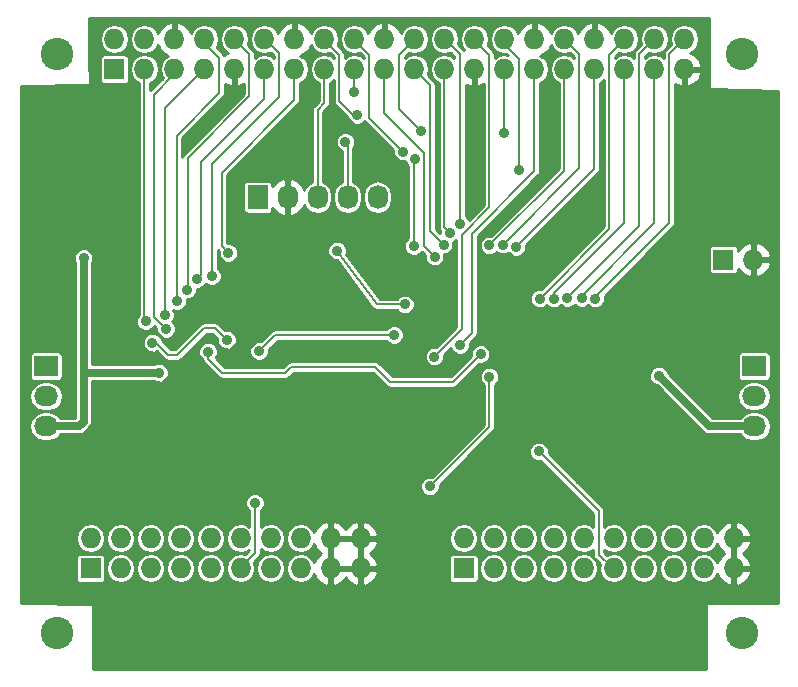
<source format=gbl>
G04 #@! TF.FileFunction,Copper,L2,Bot,Signal*
%FSLAX46Y46*%
G04 Gerber Fmt 4.6, Leading zero omitted, Abs format (unit mm)*
G04 Created by KiCad (PCBNEW 4.0.1-stable) date 5/14/2016 10:44:53 PM*
%MOMM*%
G01*
G04 APERTURE LIST*
%ADD10C,0.150000*%
%ADD11R,1.727200X2.032000*%
%ADD12O,1.727200X2.032000*%
%ADD13R,2.032000X1.727200*%
%ADD14O,2.032000X1.727200*%
%ADD15R,1.727200X1.727200*%
%ADD16O,1.727200X1.727200*%
%ADD17C,2.750000*%
%ADD18C,0.889000*%
%ADD19C,0.203200*%
%ADD20C,0.635000*%
%ADD21C,0.254000*%
G04 APERTURE END LIST*
D10*
D11*
X20509000Y-15615800D03*
D12*
X23049000Y-15615800D03*
X25589000Y-15615800D03*
X28129000Y-15615800D03*
X30669000Y-15615800D03*
D13*
X62546000Y-29916000D03*
D14*
X62546000Y-32456000D03*
X62546000Y-34996000D03*
D13*
X2602000Y-29916000D03*
D14*
X2602000Y-32456000D03*
X2602000Y-34996000D03*
D15*
X6361200Y-47035600D03*
D16*
X6361200Y-44495600D03*
X8901200Y-47035600D03*
X8901200Y-44495600D03*
X11441200Y-47035600D03*
X11441200Y-44495600D03*
X13981200Y-47035600D03*
X13981200Y-44495600D03*
X16521200Y-47035600D03*
X16521200Y-44495600D03*
X19061200Y-47035600D03*
X19061200Y-44495600D03*
X21601200Y-47035600D03*
X21601200Y-44495600D03*
X24141200Y-47035600D03*
X24141200Y-44495600D03*
X26681200Y-47035600D03*
X26681200Y-44495600D03*
X29221200Y-47035600D03*
X29221200Y-44495600D03*
D15*
X37958800Y-47035600D03*
D16*
X37958800Y-44495600D03*
X40498800Y-47035600D03*
X40498800Y-44495600D03*
X43038800Y-47035600D03*
X43038800Y-44495600D03*
X45578800Y-47035600D03*
X45578800Y-44495600D03*
X48118800Y-47035600D03*
X48118800Y-44495600D03*
X50658800Y-47035600D03*
X50658800Y-44495600D03*
X53198800Y-47035600D03*
X53198800Y-44495600D03*
X55738800Y-47035600D03*
X55738800Y-44495600D03*
X58278800Y-47035600D03*
X58278800Y-44495600D03*
X60818800Y-47035600D03*
X60818800Y-44495600D03*
D15*
X59942500Y-20899000D03*
D16*
X62482500Y-20899000D03*
D15*
X8370000Y-4770000D03*
D16*
X8370000Y-2230000D03*
X10910000Y-4770000D03*
X10910000Y-2230000D03*
X13450000Y-4770000D03*
X13450000Y-2230000D03*
X15990000Y-4770000D03*
X15990000Y-2230000D03*
X18530000Y-4770000D03*
X18530000Y-2230000D03*
X21070000Y-4770000D03*
X21070000Y-2230000D03*
X23610000Y-4770000D03*
X23610000Y-2230000D03*
X26150000Y-4770000D03*
X26150000Y-2230000D03*
X28690000Y-4770000D03*
X28690000Y-2230000D03*
X31230000Y-4770000D03*
X31230000Y-2230000D03*
X33770000Y-4770000D03*
X33770000Y-2230000D03*
X36310000Y-4770000D03*
X36310000Y-2230000D03*
X38850000Y-4770000D03*
X38850000Y-2230000D03*
X41390000Y-4770000D03*
X41390000Y-2230000D03*
X43930000Y-4770000D03*
X43930000Y-2230000D03*
X46470000Y-4770000D03*
X46470000Y-2230000D03*
X49010000Y-4770000D03*
X49010000Y-2230000D03*
X51550000Y-4770000D03*
X51550000Y-2230000D03*
X54090000Y-4770000D03*
X54090000Y-2230000D03*
X56630000Y-4770000D03*
X56630000Y-2230000D03*
D17*
X3500000Y-3500000D03*
X61500000Y-3500000D03*
X3500000Y-52500000D03*
X61500000Y-52500000D03*
D18*
X42670500Y-13279000D03*
X41400500Y-10167500D03*
X20701000Y-38608000D03*
X18542000Y-31623000D03*
X35622000Y-37028000D03*
X47814000Y-39568000D03*
X43394400Y-31744800D03*
X63752500Y-17660500D03*
X24827000Y-30805000D03*
X7174000Y-18028800D03*
X51751000Y-34234000D03*
X25589000Y-23566000D03*
X34301200Y-21127600D03*
X46990000Y-19558000D03*
X52070000Y-24384000D03*
X34352000Y-44501000D03*
X28637000Y-6675000D03*
X35495000Y-20645000D03*
X36257000Y-19629000D03*
X36765000Y-18613000D03*
X37654000Y-17851000D03*
X15365500Y-22550000D03*
X18034000Y-20320000D03*
X27240000Y-20137000D03*
X32980400Y-24683600D03*
X13716000Y-24384000D03*
X14540000Y-23439000D03*
X16635500Y-22296000D03*
X28956000Y-8636000D03*
X27940000Y-10922000D03*
X32828000Y-11755000D03*
X37654000Y-28138000D03*
X34352000Y-9977000D03*
X33844000Y-12390000D03*
X33717000Y-19756000D03*
X40130500Y-19692500D03*
X35469600Y-29103200D03*
X42416500Y-19819500D03*
X41273500Y-19629000D03*
X44385000Y-24201000D03*
X46734500Y-24137500D03*
X45591500Y-24201000D03*
X47941000Y-24137500D03*
X11034800Y-26106000D03*
X32066000Y-27274400D03*
X20636000Y-28646000D03*
X12762000Y-26766400D03*
X16318000Y-28696800D03*
X39381200Y-28900000D03*
X12660400Y-25598000D03*
X49084000Y-24201000D03*
X5777000Y-20772000D03*
X12152400Y-30474800D03*
X54468800Y-30728800D03*
X40132000Y-30805000D03*
X35098000Y-40092000D03*
X20280400Y-41498400D03*
X44308800Y-37129600D03*
X17892800Y-27680800D03*
X11593600Y-27934800D03*
D19*
X41390000Y-2230000D02*
X41390000Y-2600500D01*
X41390000Y-2600500D02*
X42670500Y-3881000D01*
X42670500Y-3881000D02*
X42670500Y-13279000D01*
X41390000Y-4770000D02*
X41390000Y-7299500D01*
X41400500Y-7310000D02*
X41400500Y-10167500D01*
X41390000Y-7299500D02*
X41400500Y-7310000D01*
X34352000Y-44501000D02*
X34301000Y-44450000D01*
X34301000Y-44450000D02*
X34290000Y-44450000D01*
X28690000Y-4770000D02*
X28690000Y-6622000D01*
X28690000Y-6622000D02*
X28637000Y-6675000D01*
X31230000Y-4770000D02*
X31230000Y-8506000D01*
X31230000Y-8506000D02*
X34606000Y-11882000D01*
X34606000Y-19756000D02*
X34606000Y-11882000D01*
X35495000Y-20645000D02*
X34606000Y-19756000D01*
X36257000Y-19629000D02*
X35114000Y-18486000D01*
X35114000Y-6114000D02*
X33770000Y-4770000D01*
X35114000Y-18486000D02*
X35114000Y-6114000D01*
X36310000Y-18158000D02*
X36310000Y-4770000D01*
X36765000Y-18613000D02*
X36310000Y-18158000D01*
X36310000Y-2230000D02*
X36384000Y-2230000D01*
X36384000Y-2230000D02*
X37654000Y-3500000D01*
X37654000Y-3500000D02*
X37654000Y-17851000D01*
X36310000Y-2230000D02*
X36310000Y-2283000D01*
X21070000Y-7320500D02*
X21070000Y-4770000D01*
X15746500Y-12644000D02*
X21070000Y-7320500D01*
X15746500Y-22169000D02*
X15746500Y-12644000D01*
X15365500Y-22550000D02*
X15746500Y-22169000D01*
X18034000Y-20320000D02*
X17461000Y-19747000D01*
X17461000Y-19747000D02*
X17461000Y-18034000D01*
X17461000Y-13527000D02*
X23610000Y-7378000D01*
X23610000Y-7378000D02*
X23610000Y-4770000D01*
X17461000Y-18034000D02*
X17461000Y-13527000D01*
X25589000Y-15615800D02*
X25589000Y-8193000D01*
X26150000Y-7632000D02*
X26150000Y-4770000D01*
X25589000Y-8193000D02*
X26150000Y-7632000D01*
X27240000Y-20137000D02*
X30592800Y-24683600D01*
X30592800Y-24683600D02*
X32980400Y-24683600D01*
X13651000Y-22352000D02*
X13651000Y-10421500D01*
X17272000Y-3810000D02*
X17272000Y-6800500D01*
X17272000Y-6800500D02*
X13651000Y-10421500D01*
X15990000Y-2528000D02*
X17272000Y-3810000D01*
X15990000Y-2230000D02*
X15990000Y-2528000D01*
X13716000Y-24384000D02*
X13651000Y-24319000D01*
X13651000Y-24319000D02*
X13651000Y-22352000D01*
X19810500Y-3510500D02*
X18530000Y-2230000D01*
X19810500Y-7056000D02*
X19810500Y-3510500D01*
X14603500Y-12263000D02*
X19810500Y-7056000D01*
X14603500Y-23375500D02*
X14603500Y-12263000D01*
X14540000Y-23439000D02*
X14603500Y-23375500D01*
X21070000Y-2230000D02*
X21144000Y-2230000D01*
X21144000Y-2230000D02*
X22350500Y-3436500D01*
X22350500Y-3436500D02*
X22350500Y-7119500D01*
X22350500Y-7119500D02*
X16635500Y-12834500D01*
X16635500Y-12834500D02*
X16635500Y-22296000D01*
X28129000Y-15615800D02*
X28129000Y-11111000D01*
X28634000Y-8704000D02*
X27432000Y-7502000D01*
X28888000Y-8704000D02*
X28634000Y-8704000D01*
X28956000Y-8636000D02*
X28888000Y-8704000D01*
X28129000Y-11111000D02*
X27940000Y-10922000D01*
X27432000Y-3565000D02*
X27432000Y-7502000D01*
X26150000Y-2283000D02*
X27432000Y-3565000D01*
X26150000Y-2230000D02*
X26150000Y-2283000D01*
X28690000Y-2274000D02*
X29972000Y-3556000D01*
X29972000Y-8899000D02*
X32828000Y-11755000D01*
X29972000Y-3556000D02*
X29972000Y-8899000D01*
X28690000Y-2230000D02*
X28764000Y-2230000D01*
X28690000Y-2230000D02*
X28690000Y-2274000D01*
X38670000Y-18689200D02*
X43930000Y-13429200D01*
X38670000Y-27122000D02*
X38670000Y-18689200D01*
X37654000Y-28138000D02*
X38670000Y-27122000D01*
X43930000Y-13429200D02*
X43930000Y-4770000D01*
X33770000Y-2230000D02*
X33770000Y-2304000D01*
X33770000Y-2230000D02*
X33844000Y-2230000D01*
X33770000Y-2280800D02*
X33770000Y-2298000D01*
X32512000Y-3556000D02*
X32512000Y-8137000D01*
X32512000Y-8137000D02*
X34352000Y-9977000D01*
X33844000Y-12390000D02*
X33717000Y-12517000D01*
X33717000Y-12517000D02*
X33717000Y-19756000D01*
X33770000Y-2298000D02*
X32512000Y-3556000D01*
X33770000Y-2230000D02*
X33770000Y-2298000D01*
X46470000Y-13353000D02*
X46470000Y-4770000D01*
X40130500Y-19692500D02*
X46470000Y-13353000D01*
X38850000Y-2230000D02*
X38873200Y-2230000D01*
X40132000Y-3556000D02*
X40132000Y-16465200D01*
X40132000Y-16465200D02*
X37806400Y-18790800D01*
X37806400Y-18790800D02*
X37806400Y-26766400D01*
X37806400Y-26766400D02*
X35469600Y-29103200D01*
X38850000Y-2274000D02*
X40132000Y-3556000D01*
X38850000Y-2230000D02*
X38850000Y-2274000D01*
X49010000Y-13226000D02*
X49010000Y-4770000D01*
X42416500Y-19819500D02*
X49010000Y-13226000D01*
X47750500Y-3510500D02*
X46470000Y-2230000D01*
X47750500Y-13152000D02*
X47750500Y-3510500D01*
X41273500Y-19629000D02*
X47750500Y-13152000D01*
X50292000Y-3556000D02*
X50292000Y-12954000D01*
X51550000Y-2298000D02*
X50292000Y-3556000D01*
X51550000Y-2230000D02*
X51550000Y-2298000D01*
X44385000Y-24195000D02*
X50292000Y-18288000D01*
X50292000Y-18288000D02*
X50292000Y-12954000D01*
X44385000Y-24201000D02*
X44385000Y-24195000D01*
X52830500Y-3489500D02*
X54090000Y-2230000D01*
X52830500Y-13970000D02*
X52830500Y-3489500D01*
X46734500Y-24131500D02*
X52832000Y-18034000D01*
X52832000Y-18034000D02*
X52832000Y-13970000D01*
X52832000Y-13970000D02*
X52830500Y-13970000D01*
X46734500Y-24137500D02*
X46734500Y-24131500D01*
X51550000Y-12954000D02*
X51550000Y-4770000D01*
X45591500Y-23750500D02*
X51562000Y-17780000D01*
X51562000Y-17780000D02*
X51562000Y-12954000D01*
X51562000Y-12954000D02*
X51550000Y-12954000D01*
X45591500Y-24201000D02*
X45591500Y-23750500D01*
X54090000Y-14224000D02*
X54090000Y-4770000D01*
X47941000Y-23941000D02*
X54102000Y-17780000D01*
X54102000Y-17780000D02*
X54102000Y-14224000D01*
X54102000Y-14224000D02*
X54090000Y-14224000D01*
X47941000Y-24137500D02*
X47941000Y-23941000D01*
X11034800Y-26106000D02*
X10910000Y-25981200D01*
X10910000Y-25981200D02*
X10910000Y-4770000D01*
X20636000Y-28646000D02*
X22007600Y-27274400D01*
X22007600Y-27274400D02*
X32066000Y-27274400D01*
X12711200Y-26766400D02*
X12762000Y-26766400D01*
X11695200Y-25750400D02*
X12711200Y-26766400D01*
X11695200Y-6954400D02*
X11695200Y-25750400D01*
X13450000Y-5199600D02*
X11695200Y-6954400D01*
X13450000Y-4770000D02*
X13450000Y-5199600D01*
X16318000Y-29272000D02*
X17526000Y-30480000D01*
X16318000Y-28696800D02*
X16318000Y-29272000D01*
X22860000Y-30480000D02*
X23368000Y-29972000D01*
X23368000Y-29972000D02*
X30480000Y-29972000D01*
X30480000Y-29972000D02*
X31750000Y-31242000D01*
X17526000Y-30480000D02*
X22860000Y-30480000D01*
X31750000Y-31242000D02*
X35306000Y-31242000D01*
X37039200Y-31242000D02*
X39381200Y-28900000D01*
X35306000Y-31242000D02*
X37039200Y-31242000D01*
X12698500Y-8061500D02*
X15990000Y-4770000D01*
X12698500Y-25559900D02*
X12698500Y-8061500D01*
X12698500Y-25559900D02*
X12660400Y-25598000D01*
X55370500Y-3489500D02*
X56630000Y-2230000D01*
X55370500Y-3489500D02*
X55370500Y-15240000D01*
X49084000Y-24068000D02*
X55372000Y-17780000D01*
X55372000Y-17780000D02*
X55372000Y-15240000D01*
X55372000Y-15240000D02*
X55370500Y-15240000D01*
X49084000Y-24201000D02*
X49084000Y-24068000D01*
D20*
X5777000Y-30474800D02*
X5777000Y-20772000D01*
X5777000Y-34615000D02*
X5777000Y-30474800D01*
X5396000Y-34996000D02*
X5777000Y-34615000D01*
X5396000Y-34996000D02*
X5777000Y-34615000D01*
X2602000Y-34996000D02*
X5396000Y-34996000D01*
X12152400Y-30474800D02*
X5777000Y-30474800D01*
X58736000Y-34996000D02*
X54468800Y-30728800D01*
X62546000Y-34996000D02*
X58736000Y-34996000D01*
D19*
X40132000Y-30805000D02*
X40132000Y-30734000D01*
X35098000Y-40092000D02*
X40132000Y-35058000D01*
X40132000Y-35058000D02*
X40132000Y-30734000D01*
X19061200Y-47035600D02*
X19061200Y-46934000D01*
X19061200Y-46934000D02*
X20280400Y-45714800D01*
X20280400Y-45714800D02*
X20280400Y-41498400D01*
X44308800Y-37129600D02*
X49388800Y-42209600D01*
X49388800Y-42209600D02*
X49388800Y-45867200D01*
X50557200Y-47035600D02*
X49388800Y-45867200D01*
X50658800Y-47035600D02*
X50557200Y-47035600D01*
X11932800Y-27934800D02*
X12954000Y-28956000D01*
X12954000Y-28956000D02*
X13716000Y-28956000D01*
X13716000Y-28956000D02*
X16002000Y-26670000D01*
X16002000Y-26670000D02*
X16882000Y-26670000D01*
X16882000Y-26670000D02*
X17892800Y-27680800D01*
X11593600Y-27934800D02*
X11932800Y-27934800D01*
D21*
G36*
X58737500Y-6350000D02*
X58747506Y-6399410D01*
X58775947Y-6441035D01*
X58818341Y-6468315D01*
X58861740Y-6476970D01*
X64569000Y-6601041D01*
X64569000Y-49949100D01*
X58559700Y-49949100D01*
X58510290Y-49959106D01*
X58468665Y-49987547D01*
X58441385Y-50029941D01*
X58432700Y-50076378D01*
X58444719Y-55569000D01*
X6578600Y-55569000D01*
X6578600Y-50139600D01*
X6568594Y-50090190D01*
X6540153Y-50048565D01*
X6497759Y-50021285D01*
X6452600Y-50012604D01*
X431000Y-49965190D01*
X431000Y-46172000D01*
X5109136Y-46172000D01*
X5109136Y-47899200D01*
X5135703Y-48040390D01*
X5219146Y-48170065D01*
X5346466Y-48257059D01*
X5497600Y-48287664D01*
X7224800Y-48287664D01*
X7365990Y-48261097D01*
X7495665Y-48177654D01*
X7582659Y-48050334D01*
X7613264Y-47899200D01*
X7613264Y-47011217D01*
X7656600Y-47011217D01*
X7656600Y-47059983D01*
X7751340Y-47536271D01*
X8021135Y-47940048D01*
X8424912Y-48209843D01*
X8901200Y-48304583D01*
X9377488Y-48209843D01*
X9781265Y-47940048D01*
X10051060Y-47536271D01*
X10145800Y-47059983D01*
X10145800Y-47011217D01*
X10196600Y-47011217D01*
X10196600Y-47059983D01*
X10291340Y-47536271D01*
X10561135Y-47940048D01*
X10964912Y-48209843D01*
X11441200Y-48304583D01*
X11917488Y-48209843D01*
X12321265Y-47940048D01*
X12591060Y-47536271D01*
X12685800Y-47059983D01*
X12685800Y-47011217D01*
X12736600Y-47011217D01*
X12736600Y-47059983D01*
X12831340Y-47536271D01*
X13101135Y-47940048D01*
X13504912Y-48209843D01*
X13981200Y-48304583D01*
X14457488Y-48209843D01*
X14861265Y-47940048D01*
X15131060Y-47536271D01*
X15225800Y-47059983D01*
X15225800Y-47011217D01*
X15276600Y-47011217D01*
X15276600Y-47059983D01*
X15371340Y-47536271D01*
X15641135Y-47940048D01*
X16044912Y-48209843D01*
X16521200Y-48304583D01*
X16997488Y-48209843D01*
X17401265Y-47940048D01*
X17671060Y-47536271D01*
X17765800Y-47059983D01*
X17765800Y-47011217D01*
X17671060Y-46534929D01*
X17401265Y-46131152D01*
X16997488Y-45861357D01*
X16521200Y-45766617D01*
X16044912Y-45861357D01*
X15641135Y-46131152D01*
X15371340Y-46534929D01*
X15276600Y-47011217D01*
X15225800Y-47011217D01*
X15131060Y-46534929D01*
X14861265Y-46131152D01*
X14457488Y-45861357D01*
X13981200Y-45766617D01*
X13504912Y-45861357D01*
X13101135Y-46131152D01*
X12831340Y-46534929D01*
X12736600Y-47011217D01*
X12685800Y-47011217D01*
X12591060Y-46534929D01*
X12321265Y-46131152D01*
X11917488Y-45861357D01*
X11441200Y-45766617D01*
X10964912Y-45861357D01*
X10561135Y-46131152D01*
X10291340Y-46534929D01*
X10196600Y-47011217D01*
X10145800Y-47011217D01*
X10051060Y-46534929D01*
X9781265Y-46131152D01*
X9377488Y-45861357D01*
X8901200Y-45766617D01*
X8424912Y-45861357D01*
X8021135Y-46131152D01*
X7751340Y-46534929D01*
X7656600Y-47011217D01*
X7613264Y-47011217D01*
X7613264Y-46172000D01*
X7586697Y-46030810D01*
X7503254Y-45901135D01*
X7375934Y-45814141D01*
X7224800Y-45783536D01*
X5497600Y-45783536D01*
X5356410Y-45810103D01*
X5226735Y-45893546D01*
X5139741Y-46020866D01*
X5109136Y-46172000D01*
X431000Y-46172000D01*
X431000Y-44471217D01*
X5116600Y-44471217D01*
X5116600Y-44519983D01*
X5211340Y-44996271D01*
X5481135Y-45400048D01*
X5884912Y-45669843D01*
X6361200Y-45764583D01*
X6837488Y-45669843D01*
X7241265Y-45400048D01*
X7511060Y-44996271D01*
X7605800Y-44519983D01*
X7605800Y-44471217D01*
X7656600Y-44471217D01*
X7656600Y-44519983D01*
X7751340Y-44996271D01*
X8021135Y-45400048D01*
X8424912Y-45669843D01*
X8901200Y-45764583D01*
X9377488Y-45669843D01*
X9781265Y-45400048D01*
X10051060Y-44996271D01*
X10145800Y-44519983D01*
X10145800Y-44471217D01*
X10196600Y-44471217D01*
X10196600Y-44519983D01*
X10291340Y-44996271D01*
X10561135Y-45400048D01*
X10964912Y-45669843D01*
X11441200Y-45764583D01*
X11917488Y-45669843D01*
X12321265Y-45400048D01*
X12591060Y-44996271D01*
X12685800Y-44519983D01*
X12685800Y-44471217D01*
X12736600Y-44471217D01*
X12736600Y-44519983D01*
X12831340Y-44996271D01*
X13101135Y-45400048D01*
X13504912Y-45669843D01*
X13981200Y-45764583D01*
X14457488Y-45669843D01*
X14861265Y-45400048D01*
X15131060Y-44996271D01*
X15225800Y-44519983D01*
X15225800Y-44471217D01*
X15276600Y-44471217D01*
X15276600Y-44519983D01*
X15371340Y-44996271D01*
X15641135Y-45400048D01*
X16044912Y-45669843D01*
X16521200Y-45764583D01*
X16997488Y-45669843D01*
X17401265Y-45400048D01*
X17671060Y-44996271D01*
X17765800Y-44519983D01*
X17765800Y-44471217D01*
X17816600Y-44471217D01*
X17816600Y-44519983D01*
X17911340Y-44996271D01*
X18181135Y-45400048D01*
X18584912Y-45669843D01*
X19061200Y-45764583D01*
X19537488Y-45669843D01*
X19797800Y-45495908D01*
X19797800Y-45514900D01*
X19465635Y-45847065D01*
X19061200Y-45766617D01*
X18584912Y-45861357D01*
X18181135Y-46131152D01*
X17911340Y-46534929D01*
X17816600Y-47011217D01*
X17816600Y-47059983D01*
X17911340Y-47536271D01*
X18181135Y-47940048D01*
X18584912Y-48209843D01*
X19061200Y-48304583D01*
X19537488Y-48209843D01*
X19941265Y-47940048D01*
X20211060Y-47536271D01*
X20305800Y-47059983D01*
X20305800Y-47011217D01*
X20356600Y-47011217D01*
X20356600Y-47059983D01*
X20451340Y-47536271D01*
X20721135Y-47940048D01*
X21124912Y-48209843D01*
X21601200Y-48304583D01*
X22077488Y-48209843D01*
X22481265Y-47940048D01*
X22751060Y-47536271D01*
X22845800Y-47059983D01*
X22845800Y-47011217D01*
X22751060Y-46534929D01*
X22481265Y-46131152D01*
X22077488Y-45861357D01*
X21601200Y-45766617D01*
X21124912Y-45861357D01*
X20721135Y-46131152D01*
X20451340Y-46534929D01*
X20356600Y-47011217D01*
X20305800Y-47011217D01*
X20211060Y-46534929D01*
X20183707Y-46493993D01*
X20621650Y-46056050D01*
X20726264Y-45899483D01*
X20763000Y-45714800D01*
X20763000Y-45428021D01*
X21124912Y-45669843D01*
X21601200Y-45764583D01*
X22077488Y-45669843D01*
X22481265Y-45400048D01*
X22751060Y-44996271D01*
X22845800Y-44519983D01*
X22845800Y-44471217D01*
X22896600Y-44471217D01*
X22896600Y-44519983D01*
X22991340Y-44996271D01*
X23261135Y-45400048D01*
X23664912Y-45669843D01*
X24141200Y-45764583D01*
X24617488Y-45669843D01*
X25021265Y-45400048D01*
X25291060Y-44996271D01*
X25291524Y-44993938D01*
X25474379Y-45384090D01*
X25892352Y-45765600D01*
X25474379Y-46147110D01*
X25291524Y-46537262D01*
X25291060Y-46534929D01*
X25021265Y-46131152D01*
X24617488Y-45861357D01*
X24141200Y-45766617D01*
X23664912Y-45861357D01*
X23261135Y-46131152D01*
X22991340Y-46534929D01*
X22896600Y-47011217D01*
X22896600Y-47059983D01*
X22991340Y-47536271D01*
X23261135Y-47940048D01*
X23664912Y-48209843D01*
X24141200Y-48304583D01*
X24617488Y-48209843D01*
X25021265Y-47940048D01*
X25291060Y-47536271D01*
X25291524Y-47533938D01*
X25474379Y-47924090D01*
X25906253Y-48318288D01*
X26322174Y-48490558D01*
X26554200Y-48369417D01*
X26554200Y-47162600D01*
X26808200Y-47162600D01*
X26808200Y-48369417D01*
X27040226Y-48490558D01*
X27456147Y-48318288D01*
X27888021Y-47924090D01*
X27951200Y-47789287D01*
X28014379Y-47924090D01*
X28446253Y-48318288D01*
X28862174Y-48490558D01*
X29094200Y-48369417D01*
X29094200Y-47162600D01*
X29348200Y-47162600D01*
X29348200Y-48369417D01*
X29580226Y-48490558D01*
X29996147Y-48318288D01*
X30428021Y-47924090D01*
X30676168Y-47394627D01*
X30555669Y-47162600D01*
X29348200Y-47162600D01*
X29094200Y-47162600D01*
X26808200Y-47162600D01*
X26554200Y-47162600D01*
X26534200Y-47162600D01*
X26534200Y-46908600D01*
X26554200Y-46908600D01*
X26554200Y-44622600D01*
X26808200Y-44622600D01*
X26808200Y-46908600D01*
X29094200Y-46908600D01*
X29094200Y-44622600D01*
X29348200Y-44622600D01*
X29348200Y-46908600D01*
X30555669Y-46908600D01*
X30676168Y-46676573D01*
X30439687Y-46172000D01*
X36706736Y-46172000D01*
X36706736Y-47899200D01*
X36733303Y-48040390D01*
X36816746Y-48170065D01*
X36944066Y-48257059D01*
X37095200Y-48287664D01*
X38822400Y-48287664D01*
X38963590Y-48261097D01*
X39093265Y-48177654D01*
X39180259Y-48050334D01*
X39210864Y-47899200D01*
X39210864Y-47011217D01*
X39254200Y-47011217D01*
X39254200Y-47059983D01*
X39348940Y-47536271D01*
X39618735Y-47940048D01*
X40022512Y-48209843D01*
X40498800Y-48304583D01*
X40975088Y-48209843D01*
X41378865Y-47940048D01*
X41648660Y-47536271D01*
X41743400Y-47059983D01*
X41743400Y-47011217D01*
X41794200Y-47011217D01*
X41794200Y-47059983D01*
X41888940Y-47536271D01*
X42158735Y-47940048D01*
X42562512Y-48209843D01*
X43038800Y-48304583D01*
X43515088Y-48209843D01*
X43918865Y-47940048D01*
X44188660Y-47536271D01*
X44283400Y-47059983D01*
X44283400Y-47011217D01*
X44334200Y-47011217D01*
X44334200Y-47059983D01*
X44428940Y-47536271D01*
X44698735Y-47940048D01*
X45102512Y-48209843D01*
X45578800Y-48304583D01*
X46055088Y-48209843D01*
X46458865Y-47940048D01*
X46728660Y-47536271D01*
X46823400Y-47059983D01*
X46823400Y-47011217D01*
X46728660Y-46534929D01*
X46458865Y-46131152D01*
X46055088Y-45861357D01*
X45578800Y-45766617D01*
X45102512Y-45861357D01*
X44698735Y-46131152D01*
X44428940Y-46534929D01*
X44334200Y-47011217D01*
X44283400Y-47011217D01*
X44188660Y-46534929D01*
X43918865Y-46131152D01*
X43515088Y-45861357D01*
X43038800Y-45766617D01*
X42562512Y-45861357D01*
X42158735Y-46131152D01*
X41888940Y-46534929D01*
X41794200Y-47011217D01*
X41743400Y-47011217D01*
X41648660Y-46534929D01*
X41378865Y-46131152D01*
X40975088Y-45861357D01*
X40498800Y-45766617D01*
X40022512Y-45861357D01*
X39618735Y-46131152D01*
X39348940Y-46534929D01*
X39254200Y-47011217D01*
X39210864Y-47011217D01*
X39210864Y-46172000D01*
X39184297Y-46030810D01*
X39100854Y-45901135D01*
X38973534Y-45814141D01*
X38822400Y-45783536D01*
X37095200Y-45783536D01*
X36954010Y-45810103D01*
X36824335Y-45893546D01*
X36737341Y-46020866D01*
X36706736Y-46172000D01*
X30439687Y-46172000D01*
X30428021Y-46147110D01*
X30010048Y-45765600D01*
X30428021Y-45384090D01*
X30676168Y-44854627D01*
X30555669Y-44622600D01*
X29348200Y-44622600D01*
X29094200Y-44622600D01*
X26808200Y-44622600D01*
X26554200Y-44622600D01*
X26534200Y-44622600D01*
X26534200Y-44471217D01*
X36714200Y-44471217D01*
X36714200Y-44519983D01*
X36808940Y-44996271D01*
X37078735Y-45400048D01*
X37482512Y-45669843D01*
X37958800Y-45764583D01*
X38435088Y-45669843D01*
X38838865Y-45400048D01*
X39108660Y-44996271D01*
X39203400Y-44519983D01*
X39203400Y-44471217D01*
X39254200Y-44471217D01*
X39254200Y-44519983D01*
X39348940Y-44996271D01*
X39618735Y-45400048D01*
X40022512Y-45669843D01*
X40498800Y-45764583D01*
X40975088Y-45669843D01*
X41378865Y-45400048D01*
X41648660Y-44996271D01*
X41743400Y-44519983D01*
X41743400Y-44471217D01*
X41794200Y-44471217D01*
X41794200Y-44519983D01*
X41888940Y-44996271D01*
X42158735Y-45400048D01*
X42562512Y-45669843D01*
X43038800Y-45764583D01*
X43515088Y-45669843D01*
X43918865Y-45400048D01*
X44188660Y-44996271D01*
X44283400Y-44519983D01*
X44283400Y-44471217D01*
X44334200Y-44471217D01*
X44334200Y-44519983D01*
X44428940Y-44996271D01*
X44698735Y-45400048D01*
X45102512Y-45669843D01*
X45578800Y-45764583D01*
X46055088Y-45669843D01*
X46458865Y-45400048D01*
X46728660Y-44996271D01*
X46823400Y-44519983D01*
X46823400Y-44471217D01*
X46728660Y-43994929D01*
X46458865Y-43591152D01*
X46055088Y-43321357D01*
X45578800Y-43226617D01*
X45102512Y-43321357D01*
X44698735Y-43591152D01*
X44428940Y-43994929D01*
X44334200Y-44471217D01*
X44283400Y-44471217D01*
X44188660Y-43994929D01*
X43918865Y-43591152D01*
X43515088Y-43321357D01*
X43038800Y-43226617D01*
X42562512Y-43321357D01*
X42158735Y-43591152D01*
X41888940Y-43994929D01*
X41794200Y-44471217D01*
X41743400Y-44471217D01*
X41648660Y-43994929D01*
X41378865Y-43591152D01*
X40975088Y-43321357D01*
X40498800Y-43226617D01*
X40022512Y-43321357D01*
X39618735Y-43591152D01*
X39348940Y-43994929D01*
X39254200Y-44471217D01*
X39203400Y-44471217D01*
X39108660Y-43994929D01*
X38838865Y-43591152D01*
X38435088Y-43321357D01*
X37958800Y-43226617D01*
X37482512Y-43321357D01*
X37078735Y-43591152D01*
X36808940Y-43994929D01*
X36714200Y-44471217D01*
X26534200Y-44471217D01*
X26534200Y-44368600D01*
X26554200Y-44368600D01*
X26554200Y-43161783D01*
X26808200Y-43161783D01*
X26808200Y-44368600D01*
X29094200Y-44368600D01*
X29094200Y-43161783D01*
X29348200Y-43161783D01*
X29348200Y-44368600D01*
X30555669Y-44368600D01*
X30676168Y-44136573D01*
X30428021Y-43607110D01*
X29996147Y-43212912D01*
X29580226Y-43040642D01*
X29348200Y-43161783D01*
X29094200Y-43161783D01*
X28862174Y-43040642D01*
X28446253Y-43212912D01*
X28014379Y-43607110D01*
X27951200Y-43741913D01*
X27888021Y-43607110D01*
X27456147Y-43212912D01*
X27040226Y-43040642D01*
X26808200Y-43161783D01*
X26554200Y-43161783D01*
X26322174Y-43040642D01*
X25906253Y-43212912D01*
X25474379Y-43607110D01*
X25291524Y-43997262D01*
X25291060Y-43994929D01*
X25021265Y-43591152D01*
X24617488Y-43321357D01*
X24141200Y-43226617D01*
X23664912Y-43321357D01*
X23261135Y-43591152D01*
X22991340Y-43994929D01*
X22896600Y-44471217D01*
X22845800Y-44471217D01*
X22751060Y-43994929D01*
X22481265Y-43591152D01*
X22077488Y-43321357D01*
X21601200Y-43226617D01*
X21124912Y-43321357D01*
X20763000Y-43563179D01*
X20763000Y-42183058D01*
X20979817Y-41966619D01*
X21105757Y-41663323D01*
X21106043Y-41334918D01*
X20980633Y-41031402D01*
X20748619Y-40798983D01*
X20445323Y-40673043D01*
X20116918Y-40672757D01*
X19813402Y-40798167D01*
X19580983Y-41030181D01*
X19455043Y-41333477D01*
X19454757Y-41661882D01*
X19580167Y-41965398D01*
X19797800Y-42183411D01*
X19797800Y-43495292D01*
X19537488Y-43321357D01*
X19061200Y-43226617D01*
X18584912Y-43321357D01*
X18181135Y-43591152D01*
X17911340Y-43994929D01*
X17816600Y-44471217D01*
X17765800Y-44471217D01*
X17671060Y-43994929D01*
X17401265Y-43591152D01*
X16997488Y-43321357D01*
X16521200Y-43226617D01*
X16044912Y-43321357D01*
X15641135Y-43591152D01*
X15371340Y-43994929D01*
X15276600Y-44471217D01*
X15225800Y-44471217D01*
X15131060Y-43994929D01*
X14861265Y-43591152D01*
X14457488Y-43321357D01*
X13981200Y-43226617D01*
X13504912Y-43321357D01*
X13101135Y-43591152D01*
X12831340Y-43994929D01*
X12736600Y-44471217D01*
X12685800Y-44471217D01*
X12591060Y-43994929D01*
X12321265Y-43591152D01*
X11917488Y-43321357D01*
X11441200Y-43226617D01*
X10964912Y-43321357D01*
X10561135Y-43591152D01*
X10291340Y-43994929D01*
X10196600Y-44471217D01*
X10145800Y-44471217D01*
X10051060Y-43994929D01*
X9781265Y-43591152D01*
X9377488Y-43321357D01*
X8901200Y-43226617D01*
X8424912Y-43321357D01*
X8021135Y-43591152D01*
X7751340Y-43994929D01*
X7656600Y-44471217D01*
X7605800Y-44471217D01*
X7511060Y-43994929D01*
X7241265Y-43591152D01*
X6837488Y-43321357D01*
X6361200Y-43226617D01*
X5884912Y-43321357D01*
X5481135Y-43591152D01*
X5211340Y-43994929D01*
X5116600Y-44471217D01*
X431000Y-44471217D01*
X431000Y-40255482D01*
X34272357Y-40255482D01*
X34397767Y-40558998D01*
X34629781Y-40791417D01*
X34933077Y-40917357D01*
X35261482Y-40917643D01*
X35564998Y-40792233D01*
X35797417Y-40560219D01*
X35923357Y-40256923D01*
X35923625Y-39948875D01*
X38579418Y-37293082D01*
X43483157Y-37293082D01*
X43608567Y-37596598D01*
X43840581Y-37829017D01*
X44143877Y-37954957D01*
X44451925Y-37955225D01*
X48906200Y-42409500D01*
X48906200Y-43529235D01*
X48595088Y-43321357D01*
X48118800Y-43226617D01*
X47642512Y-43321357D01*
X47238735Y-43591152D01*
X46968940Y-43994929D01*
X46874200Y-44471217D01*
X46874200Y-44519983D01*
X46968940Y-44996271D01*
X47238735Y-45400048D01*
X47642512Y-45669843D01*
X48118800Y-45764583D01*
X48595088Y-45669843D01*
X48906200Y-45461965D01*
X48906200Y-45867200D01*
X48942936Y-46051883D01*
X48993511Y-46127575D01*
X48595088Y-45861357D01*
X48118800Y-45766617D01*
X47642512Y-45861357D01*
X47238735Y-46131152D01*
X46968940Y-46534929D01*
X46874200Y-47011217D01*
X46874200Y-47059983D01*
X46968940Y-47536271D01*
X47238735Y-47940048D01*
X47642512Y-48209843D01*
X48118800Y-48304583D01*
X48595088Y-48209843D01*
X48998865Y-47940048D01*
X49268660Y-47536271D01*
X49363400Y-47059983D01*
X49363400Y-47011217D01*
X49268660Y-46534929D01*
X49056482Y-46217382D01*
X49486557Y-46647457D01*
X49414200Y-47011217D01*
X49414200Y-47059983D01*
X49508940Y-47536271D01*
X49778735Y-47940048D01*
X50182512Y-48209843D01*
X50658800Y-48304583D01*
X51135088Y-48209843D01*
X51538865Y-47940048D01*
X51808660Y-47536271D01*
X51903400Y-47059983D01*
X51903400Y-47011217D01*
X51954200Y-47011217D01*
X51954200Y-47059983D01*
X52048940Y-47536271D01*
X52318735Y-47940048D01*
X52722512Y-48209843D01*
X53198800Y-48304583D01*
X53675088Y-48209843D01*
X54078865Y-47940048D01*
X54348660Y-47536271D01*
X54443400Y-47059983D01*
X54443400Y-47011217D01*
X54494200Y-47011217D01*
X54494200Y-47059983D01*
X54588940Y-47536271D01*
X54858735Y-47940048D01*
X55262512Y-48209843D01*
X55738800Y-48304583D01*
X56215088Y-48209843D01*
X56618865Y-47940048D01*
X56888660Y-47536271D01*
X56983400Y-47059983D01*
X56983400Y-47011217D01*
X56888660Y-46534929D01*
X56618865Y-46131152D01*
X56215088Y-45861357D01*
X55738800Y-45766617D01*
X55262512Y-45861357D01*
X54858735Y-46131152D01*
X54588940Y-46534929D01*
X54494200Y-47011217D01*
X54443400Y-47011217D01*
X54348660Y-46534929D01*
X54078865Y-46131152D01*
X53675088Y-45861357D01*
X53198800Y-45766617D01*
X52722512Y-45861357D01*
X52318735Y-46131152D01*
X52048940Y-46534929D01*
X51954200Y-47011217D01*
X51903400Y-47011217D01*
X51808660Y-46534929D01*
X51538865Y-46131152D01*
X51135088Y-45861357D01*
X50658800Y-45766617D01*
X50182512Y-45861357D01*
X50112343Y-45908243D01*
X49871400Y-45667300D01*
X49871400Y-45461965D01*
X50182512Y-45669843D01*
X50658800Y-45764583D01*
X51135088Y-45669843D01*
X51538865Y-45400048D01*
X51808660Y-44996271D01*
X51903400Y-44519983D01*
X51903400Y-44471217D01*
X51954200Y-44471217D01*
X51954200Y-44519983D01*
X52048940Y-44996271D01*
X52318735Y-45400048D01*
X52722512Y-45669843D01*
X53198800Y-45764583D01*
X53675088Y-45669843D01*
X54078865Y-45400048D01*
X54348660Y-44996271D01*
X54443400Y-44519983D01*
X54443400Y-44471217D01*
X54494200Y-44471217D01*
X54494200Y-44519983D01*
X54588940Y-44996271D01*
X54858735Y-45400048D01*
X55262512Y-45669843D01*
X55738800Y-45764583D01*
X56215088Y-45669843D01*
X56618865Y-45400048D01*
X56888660Y-44996271D01*
X56983400Y-44519983D01*
X56983400Y-44471217D01*
X57034200Y-44471217D01*
X57034200Y-44519983D01*
X57128940Y-44996271D01*
X57398735Y-45400048D01*
X57802512Y-45669843D01*
X58278800Y-45764583D01*
X58755088Y-45669843D01*
X59158865Y-45400048D01*
X59428660Y-44996271D01*
X59429124Y-44993938D01*
X59611979Y-45384090D01*
X60029952Y-45765600D01*
X59611979Y-46147110D01*
X59429124Y-46537262D01*
X59428660Y-46534929D01*
X59158865Y-46131152D01*
X58755088Y-45861357D01*
X58278800Y-45766617D01*
X57802512Y-45861357D01*
X57398735Y-46131152D01*
X57128940Y-46534929D01*
X57034200Y-47011217D01*
X57034200Y-47059983D01*
X57128940Y-47536271D01*
X57398735Y-47940048D01*
X57802512Y-48209843D01*
X58278800Y-48304583D01*
X58755088Y-48209843D01*
X59158865Y-47940048D01*
X59428660Y-47536271D01*
X59429124Y-47533938D01*
X59611979Y-47924090D01*
X60043853Y-48318288D01*
X60459774Y-48490558D01*
X60691800Y-48369417D01*
X60691800Y-47162600D01*
X60945800Y-47162600D01*
X60945800Y-48369417D01*
X61177826Y-48490558D01*
X61593747Y-48318288D01*
X62025621Y-47924090D01*
X62273768Y-47394627D01*
X62153269Y-47162600D01*
X60945800Y-47162600D01*
X60691800Y-47162600D01*
X60671800Y-47162600D01*
X60671800Y-46908600D01*
X60691800Y-46908600D01*
X60691800Y-44622600D01*
X60945800Y-44622600D01*
X60945800Y-46908600D01*
X62153269Y-46908600D01*
X62273768Y-46676573D01*
X62025621Y-46147110D01*
X61607648Y-45765600D01*
X62025621Y-45384090D01*
X62273768Y-44854627D01*
X62153269Y-44622600D01*
X60945800Y-44622600D01*
X60691800Y-44622600D01*
X60671800Y-44622600D01*
X60671800Y-44368600D01*
X60691800Y-44368600D01*
X60691800Y-43161783D01*
X60945800Y-43161783D01*
X60945800Y-44368600D01*
X62153269Y-44368600D01*
X62273768Y-44136573D01*
X62025621Y-43607110D01*
X61593747Y-43212912D01*
X61177826Y-43040642D01*
X60945800Y-43161783D01*
X60691800Y-43161783D01*
X60459774Y-43040642D01*
X60043853Y-43212912D01*
X59611979Y-43607110D01*
X59429124Y-43997262D01*
X59428660Y-43994929D01*
X59158865Y-43591152D01*
X58755088Y-43321357D01*
X58278800Y-43226617D01*
X57802512Y-43321357D01*
X57398735Y-43591152D01*
X57128940Y-43994929D01*
X57034200Y-44471217D01*
X56983400Y-44471217D01*
X56888660Y-43994929D01*
X56618865Y-43591152D01*
X56215088Y-43321357D01*
X55738800Y-43226617D01*
X55262512Y-43321357D01*
X54858735Y-43591152D01*
X54588940Y-43994929D01*
X54494200Y-44471217D01*
X54443400Y-44471217D01*
X54348660Y-43994929D01*
X54078865Y-43591152D01*
X53675088Y-43321357D01*
X53198800Y-43226617D01*
X52722512Y-43321357D01*
X52318735Y-43591152D01*
X52048940Y-43994929D01*
X51954200Y-44471217D01*
X51903400Y-44471217D01*
X51808660Y-43994929D01*
X51538865Y-43591152D01*
X51135088Y-43321357D01*
X50658800Y-43226617D01*
X50182512Y-43321357D01*
X49871400Y-43529235D01*
X49871400Y-42209600D01*
X49834664Y-42024917D01*
X49730050Y-41868350D01*
X45134176Y-37272476D01*
X45134443Y-36966118D01*
X45009033Y-36662602D01*
X44777019Y-36430183D01*
X44473723Y-36304243D01*
X44145318Y-36303957D01*
X43841802Y-36429367D01*
X43609383Y-36661381D01*
X43483443Y-36964677D01*
X43483157Y-37293082D01*
X38579418Y-37293082D01*
X40473250Y-35399250D01*
X40577864Y-35242683D01*
X40614600Y-35058000D01*
X40614600Y-31489658D01*
X40831417Y-31273219D01*
X40957357Y-30969923D01*
X40957424Y-30892282D01*
X53643157Y-30892282D01*
X53768567Y-31195798D01*
X54000581Y-31428217D01*
X54303877Y-31554157D01*
X54306331Y-31554159D01*
X58242086Y-35489914D01*
X58468695Y-35641330D01*
X58736000Y-35694500D01*
X61364848Y-35694500D01*
X61486166Y-35876065D01*
X61889943Y-36145860D01*
X62366231Y-36240600D01*
X62725769Y-36240600D01*
X63202057Y-36145860D01*
X63605834Y-35876065D01*
X63875629Y-35472288D01*
X63970369Y-34996000D01*
X63875629Y-34519712D01*
X63605834Y-34115935D01*
X63202057Y-33846140D01*
X62725769Y-33751400D01*
X62366231Y-33751400D01*
X61889943Y-33846140D01*
X61486166Y-34115935D01*
X61364848Y-34297500D01*
X59025328Y-34297500D01*
X57183828Y-32456000D01*
X61121631Y-32456000D01*
X61216371Y-32932288D01*
X61486166Y-33336065D01*
X61889943Y-33605860D01*
X62366231Y-33700600D01*
X62725769Y-33700600D01*
X63202057Y-33605860D01*
X63605834Y-33336065D01*
X63875629Y-32932288D01*
X63970369Y-32456000D01*
X63875629Y-31979712D01*
X63605834Y-31575935D01*
X63202057Y-31306140D01*
X62725769Y-31211400D01*
X62366231Y-31211400D01*
X61889943Y-31306140D01*
X61486166Y-31575935D01*
X61216371Y-31979712D01*
X61121631Y-32456000D01*
X57183828Y-32456000D01*
X55294442Y-30566614D01*
X55294443Y-30565318D01*
X55169033Y-30261802D01*
X54937019Y-30029383D01*
X54633723Y-29903443D01*
X54305318Y-29903157D01*
X54001802Y-30028567D01*
X53769383Y-30260581D01*
X53643443Y-30563877D01*
X53643157Y-30892282D01*
X40957424Y-30892282D01*
X40957643Y-30641518D01*
X40832233Y-30338002D01*
X40600219Y-30105583D01*
X40296923Y-29979643D01*
X39968518Y-29979357D01*
X39665002Y-30104767D01*
X39432583Y-30336781D01*
X39306643Y-30640077D01*
X39306357Y-30968482D01*
X39431767Y-31271998D01*
X39649400Y-31490011D01*
X39649400Y-34858100D01*
X35240876Y-39266624D01*
X34934518Y-39266357D01*
X34631002Y-39391767D01*
X34398583Y-39623781D01*
X34272643Y-39927077D01*
X34272357Y-40255482D01*
X431000Y-40255482D01*
X431000Y-34996000D01*
X1177631Y-34996000D01*
X1272371Y-35472288D01*
X1542166Y-35876065D01*
X1945943Y-36145860D01*
X2422231Y-36240600D01*
X2781769Y-36240600D01*
X3258057Y-36145860D01*
X3661834Y-35876065D01*
X3783152Y-35694500D01*
X5396000Y-35694500D01*
X5663305Y-35641330D01*
X5889914Y-35489914D01*
X6270914Y-35108914D01*
X6422329Y-34882305D01*
X6422330Y-34882304D01*
X6475500Y-34615000D01*
X6475500Y-31173300D01*
X11683266Y-31173300D01*
X11684181Y-31174217D01*
X11987477Y-31300157D01*
X12315882Y-31300443D01*
X12619398Y-31175033D01*
X12851817Y-30943019D01*
X12977757Y-30639723D01*
X12978043Y-30311318D01*
X12852633Y-30007802D01*
X12620619Y-29775383D01*
X12317323Y-29649443D01*
X11988918Y-29649157D01*
X11685402Y-29774567D01*
X11683666Y-29776300D01*
X6475500Y-29776300D01*
X6475500Y-28098282D01*
X10767957Y-28098282D01*
X10893367Y-28401798D01*
X11125381Y-28634217D01*
X11428677Y-28760157D01*
X11757082Y-28760443D01*
X11982714Y-28667214D01*
X12612750Y-29297250D01*
X12769317Y-29401864D01*
X12954000Y-29438600D01*
X13716000Y-29438600D01*
X13900683Y-29401864D01*
X14057250Y-29297250D01*
X14494218Y-28860282D01*
X15492357Y-28860282D01*
X15617767Y-29163798D01*
X15849781Y-29396217D01*
X15861038Y-29400891D01*
X15872136Y-29456683D01*
X15976750Y-29613250D01*
X17184750Y-30821250D01*
X17341317Y-30925864D01*
X17526000Y-30962600D01*
X22860000Y-30962600D01*
X23044683Y-30925864D01*
X23201250Y-30821250D01*
X23567899Y-30454600D01*
X30280100Y-30454600D01*
X31408750Y-31583250D01*
X31565317Y-31687864D01*
X31750000Y-31724600D01*
X37039200Y-31724600D01*
X37223883Y-31687864D01*
X37380450Y-31583250D01*
X39238324Y-29725376D01*
X39544682Y-29725643D01*
X39848198Y-29600233D01*
X40080617Y-29368219D01*
X40206557Y-29064923D01*
X40206567Y-29052400D01*
X61141536Y-29052400D01*
X61141536Y-30779600D01*
X61168103Y-30920790D01*
X61251546Y-31050465D01*
X61378866Y-31137459D01*
X61530000Y-31168064D01*
X63562000Y-31168064D01*
X63703190Y-31141497D01*
X63832865Y-31058054D01*
X63919859Y-30930734D01*
X63950464Y-30779600D01*
X63950464Y-29052400D01*
X63923897Y-28911210D01*
X63840454Y-28781535D01*
X63713134Y-28694541D01*
X63562000Y-28663936D01*
X61530000Y-28663936D01*
X61388810Y-28690503D01*
X61259135Y-28773946D01*
X61172141Y-28901266D01*
X61141536Y-29052400D01*
X40206567Y-29052400D01*
X40206843Y-28736518D01*
X40081433Y-28433002D01*
X39849419Y-28200583D01*
X39546123Y-28074643D01*
X39217718Y-28074357D01*
X38914202Y-28199767D01*
X38681783Y-28431781D01*
X38555843Y-28735077D01*
X38555575Y-29043125D01*
X36839300Y-30759400D01*
X31949900Y-30759400D01*
X30821250Y-29630750D01*
X30664683Y-29526136D01*
X30480000Y-29489400D01*
X23368000Y-29489400D01*
X23183317Y-29526136D01*
X23026750Y-29630750D01*
X23026748Y-29630753D01*
X22660100Y-29997400D01*
X17725900Y-29997400D01*
X16955414Y-29226914D01*
X17017417Y-29165019D01*
X17143357Y-28861723D01*
X17143402Y-28809482D01*
X19810357Y-28809482D01*
X19935767Y-29112998D01*
X20167781Y-29345417D01*
X20471077Y-29471357D01*
X20799482Y-29471643D01*
X21102998Y-29346233D01*
X21335417Y-29114219D01*
X21461357Y-28810923D01*
X21461625Y-28502875D01*
X22207500Y-27757000D01*
X31381342Y-27757000D01*
X31597781Y-27973817D01*
X31901077Y-28099757D01*
X32229482Y-28100043D01*
X32532998Y-27974633D01*
X32765417Y-27742619D01*
X32891357Y-27439323D01*
X32891643Y-27110918D01*
X32766233Y-26807402D01*
X32534219Y-26574983D01*
X32230923Y-26449043D01*
X31902518Y-26448757D01*
X31599002Y-26574167D01*
X31380989Y-26791800D01*
X22007600Y-26791800D01*
X21822917Y-26828536D01*
X21666350Y-26933150D01*
X20778876Y-27820624D01*
X20472518Y-27820357D01*
X20169002Y-27945767D01*
X19936583Y-28177781D01*
X19810643Y-28481077D01*
X19810357Y-28809482D01*
X17143402Y-28809482D01*
X17143643Y-28533318D01*
X17018233Y-28229802D01*
X16786219Y-27997383D01*
X16482923Y-27871443D01*
X16154518Y-27871157D01*
X15851002Y-27996567D01*
X15618583Y-28228581D01*
X15492643Y-28531877D01*
X15492357Y-28860282D01*
X14494218Y-28860282D01*
X16201900Y-27152600D01*
X16682100Y-27152600D01*
X17067424Y-27537924D01*
X17067157Y-27844282D01*
X17192567Y-28147798D01*
X17424581Y-28380217D01*
X17727877Y-28506157D01*
X18056282Y-28506443D01*
X18359798Y-28381033D01*
X18592217Y-28149019D01*
X18718157Y-27845723D01*
X18718443Y-27517318D01*
X18593033Y-27213802D01*
X18361019Y-26981383D01*
X18057723Y-26855443D01*
X17749675Y-26855175D01*
X17223250Y-26328750D01*
X17066683Y-26224136D01*
X16882000Y-26187400D01*
X16002000Y-26187400D01*
X15817317Y-26224136D01*
X15660750Y-26328750D01*
X13516100Y-28473400D01*
X13153900Y-28473400D01*
X12396306Y-27715806D01*
X12293833Y-27467802D01*
X12061819Y-27235383D01*
X11758523Y-27109443D01*
X11430118Y-27109157D01*
X11126602Y-27234567D01*
X10894183Y-27466581D01*
X10768243Y-27769877D01*
X10767957Y-28098282D01*
X6475500Y-28098282D01*
X6475500Y-21241134D01*
X6476417Y-21240219D01*
X6602357Y-20936923D01*
X6602643Y-20608518D01*
X6477233Y-20305002D01*
X6245219Y-20072583D01*
X5941923Y-19946643D01*
X5613518Y-19946357D01*
X5310002Y-20071767D01*
X5077583Y-20303781D01*
X4951643Y-20607077D01*
X4951357Y-20935482D01*
X5076767Y-21238998D01*
X5078500Y-21240734D01*
X5078500Y-34297500D01*
X3783152Y-34297500D01*
X3661834Y-34115935D01*
X3258057Y-33846140D01*
X2781769Y-33751400D01*
X2422231Y-33751400D01*
X1945943Y-33846140D01*
X1542166Y-34115935D01*
X1272371Y-34519712D01*
X1177631Y-34996000D01*
X431000Y-34996000D01*
X431000Y-32456000D01*
X1177631Y-32456000D01*
X1272371Y-32932288D01*
X1542166Y-33336065D01*
X1945943Y-33605860D01*
X2422231Y-33700600D01*
X2781769Y-33700600D01*
X3258057Y-33605860D01*
X3661834Y-33336065D01*
X3931629Y-32932288D01*
X4026369Y-32456000D01*
X3931629Y-31979712D01*
X3661834Y-31575935D01*
X3258057Y-31306140D01*
X2781769Y-31211400D01*
X2422231Y-31211400D01*
X1945943Y-31306140D01*
X1542166Y-31575935D01*
X1272371Y-31979712D01*
X1177631Y-32456000D01*
X431000Y-32456000D01*
X431000Y-29052400D01*
X1197536Y-29052400D01*
X1197536Y-30779600D01*
X1224103Y-30920790D01*
X1307546Y-31050465D01*
X1434866Y-31137459D01*
X1586000Y-31168064D01*
X3618000Y-31168064D01*
X3759190Y-31141497D01*
X3888865Y-31058054D01*
X3975859Y-30930734D01*
X4006464Y-30779600D01*
X4006464Y-29052400D01*
X3979897Y-28911210D01*
X3896454Y-28781535D01*
X3769134Y-28694541D01*
X3618000Y-28663936D01*
X1586000Y-28663936D01*
X1444810Y-28690503D01*
X1315135Y-28773946D01*
X1228141Y-28901266D01*
X1197536Y-29052400D01*
X431000Y-29052400D01*
X431000Y-6169537D01*
X6160286Y-6134098D01*
X6209633Y-6123786D01*
X6251081Y-6095089D01*
X6278098Y-6052526D01*
X6286493Y-6005769D01*
X6264487Y-3906400D01*
X7117936Y-3906400D01*
X7117936Y-5633600D01*
X7144503Y-5774790D01*
X7227946Y-5904465D01*
X7355266Y-5991459D01*
X7506400Y-6022064D01*
X9233600Y-6022064D01*
X9374790Y-5995497D01*
X9504465Y-5912054D01*
X9591459Y-5784734D01*
X9622064Y-5633600D01*
X9622064Y-3906400D01*
X9595497Y-3765210D01*
X9512054Y-3635535D01*
X9384734Y-3548541D01*
X9233600Y-3517936D01*
X7506400Y-3517936D01*
X7365210Y-3544503D01*
X7235535Y-3627946D01*
X7148541Y-3755266D01*
X7117936Y-3906400D01*
X6264487Y-3906400D01*
X6246659Y-2205617D01*
X7125400Y-2205617D01*
X7125400Y-2254383D01*
X7220140Y-2730671D01*
X7489935Y-3134448D01*
X7893712Y-3404243D01*
X8370000Y-3498983D01*
X8846288Y-3404243D01*
X9250065Y-3134448D01*
X9519860Y-2730671D01*
X9614600Y-2254383D01*
X9614600Y-2205617D01*
X9665400Y-2205617D01*
X9665400Y-2254383D01*
X9760140Y-2730671D01*
X10029935Y-3134448D01*
X10433712Y-3404243D01*
X10910000Y-3498983D01*
X11386288Y-3404243D01*
X11790065Y-3134448D01*
X12059860Y-2730671D01*
X12060324Y-2728338D01*
X12243179Y-3118490D01*
X12675053Y-3512688D01*
X12936172Y-3620841D01*
X12569935Y-3865552D01*
X12300140Y-4269329D01*
X12205400Y-4745617D01*
X12205400Y-4794383D01*
X12300140Y-5270671D01*
X12458871Y-5508229D01*
X11392600Y-6574500D01*
X11392600Y-5940025D01*
X11790065Y-5674448D01*
X12059860Y-5270671D01*
X12154600Y-4794383D01*
X12154600Y-4745617D01*
X12059860Y-4269329D01*
X11790065Y-3865552D01*
X11386288Y-3595757D01*
X10910000Y-3501017D01*
X10433712Y-3595757D01*
X10029935Y-3865552D01*
X9760140Y-4269329D01*
X9665400Y-4745617D01*
X9665400Y-4794383D01*
X9760140Y-5270671D01*
X10029935Y-5674448D01*
X10427400Y-5940025D01*
X10427400Y-25545924D01*
X10335383Y-25637781D01*
X10209443Y-25941077D01*
X10209157Y-26269482D01*
X10334567Y-26572998D01*
X10566581Y-26805417D01*
X10869877Y-26931357D01*
X11198282Y-26931643D01*
X11501798Y-26806233D01*
X11734217Y-26574219D01*
X11764233Y-26501933D01*
X11936580Y-26674280D01*
X11936357Y-26929882D01*
X12061767Y-27233398D01*
X12293781Y-27465817D01*
X12597077Y-27591757D01*
X12925482Y-27592043D01*
X13228998Y-27466633D01*
X13461417Y-27234619D01*
X13587357Y-26931323D01*
X13587643Y-26602918D01*
X13462233Y-26299402D01*
X13294523Y-26131399D01*
X13359817Y-26066219D01*
X13485757Y-25762923D01*
X13486043Y-25434518D01*
X13360633Y-25131002D01*
X13359398Y-25129764D01*
X13551077Y-25209357D01*
X13879482Y-25209643D01*
X14182998Y-25084233D01*
X14415417Y-24852219D01*
X14541357Y-24548923D01*
X14541605Y-24264502D01*
X14703482Y-24264643D01*
X15006998Y-24139233D01*
X15239417Y-23907219D01*
X15365357Y-23603923D01*
X15365556Y-23375501D01*
X15528982Y-23375643D01*
X15832498Y-23250233D01*
X16064917Y-23018219D01*
X16101675Y-22929696D01*
X16167281Y-22995417D01*
X16470577Y-23121357D01*
X16798982Y-23121643D01*
X17102498Y-22996233D01*
X17334917Y-22764219D01*
X17460857Y-22460923D01*
X17461143Y-22132518D01*
X17335733Y-21829002D01*
X17118100Y-21610989D01*
X17118100Y-20085781D01*
X17119750Y-20088250D01*
X17208624Y-20177124D01*
X17208357Y-20483482D01*
X17333767Y-20786998D01*
X17565781Y-21019417D01*
X17869077Y-21145357D01*
X18197482Y-21145643D01*
X18500998Y-21020233D01*
X18733417Y-20788219D01*
X18859357Y-20484923D01*
X18859517Y-20300482D01*
X26414357Y-20300482D01*
X26539767Y-20603998D01*
X26771781Y-20836417D01*
X27075077Y-20962357D01*
X27249125Y-20962509D01*
X30204389Y-24970026D01*
X30231312Y-24994562D01*
X30251550Y-25024850D01*
X30300266Y-25057401D01*
X30343566Y-25096861D01*
X30377829Y-25109226D01*
X30408117Y-25129464D01*
X30465577Y-25140893D01*
X30520686Y-25160782D01*
X30557075Y-25159094D01*
X30592800Y-25166200D01*
X32295742Y-25166200D01*
X32512181Y-25383017D01*
X32815477Y-25508957D01*
X33143882Y-25509243D01*
X33447398Y-25383833D01*
X33679817Y-25151819D01*
X33805757Y-24848523D01*
X33806043Y-24520118D01*
X33680633Y-24216602D01*
X33448619Y-23984183D01*
X33145323Y-23858243D01*
X32816918Y-23857957D01*
X32513402Y-23983367D01*
X32295389Y-24201000D01*
X30836546Y-24201000D01*
X28027853Y-20392242D01*
X28065357Y-20301923D01*
X28065643Y-19973518D01*
X27940233Y-19670002D01*
X27708219Y-19437583D01*
X27404923Y-19311643D01*
X27076518Y-19311357D01*
X26773002Y-19436767D01*
X26540583Y-19668781D01*
X26414643Y-19972077D01*
X26414357Y-20300482D01*
X18859517Y-20300482D01*
X18859643Y-20156518D01*
X18734233Y-19853002D01*
X18502219Y-19620583D01*
X18198923Y-19494643D01*
X17943600Y-19494421D01*
X17943600Y-14599800D01*
X19256936Y-14599800D01*
X19256936Y-16631800D01*
X19283503Y-16772990D01*
X19366946Y-16902665D01*
X19494266Y-16989659D01*
X19645400Y-17020264D01*
X21372600Y-17020264D01*
X21513790Y-16993697D01*
X21643465Y-16910254D01*
X21730459Y-16782934D01*
X21761064Y-16631800D01*
X21761064Y-16534617D01*
X22146964Y-16966532D01*
X22674209Y-17220509D01*
X22689974Y-17223158D01*
X22922000Y-17102017D01*
X22922000Y-15742800D01*
X22902000Y-15742800D01*
X22902000Y-15488800D01*
X22922000Y-15488800D01*
X22922000Y-14129583D01*
X22689974Y-14008442D01*
X22674209Y-14011091D01*
X22146964Y-14265068D01*
X21761064Y-14696983D01*
X21761064Y-14599800D01*
X21734497Y-14458610D01*
X21651054Y-14328935D01*
X21523734Y-14241941D01*
X21372600Y-14211336D01*
X19645400Y-14211336D01*
X19504210Y-14237903D01*
X19374535Y-14321346D01*
X19287541Y-14448666D01*
X19256936Y-14599800D01*
X17943600Y-14599800D01*
X17943600Y-13726900D01*
X23951250Y-7719250D01*
X24055864Y-7562683D01*
X24092600Y-7378000D01*
X24092600Y-5940025D01*
X24490065Y-5674448D01*
X24759860Y-5270671D01*
X24854600Y-4794383D01*
X24854600Y-4745617D01*
X24759860Y-4269329D01*
X24490065Y-3865552D01*
X24123828Y-3620841D01*
X24384947Y-3512688D01*
X24816821Y-3118490D01*
X24999676Y-2728338D01*
X25000140Y-2730671D01*
X25269935Y-3134448D01*
X25673712Y-3404243D01*
X26150000Y-3498983D01*
X26594972Y-3410472D01*
X26949400Y-3764900D01*
X26949400Y-3811653D01*
X26626288Y-3595757D01*
X26150000Y-3501017D01*
X25673712Y-3595757D01*
X25269935Y-3865552D01*
X25000140Y-4269329D01*
X24905400Y-4745617D01*
X24905400Y-4794383D01*
X25000140Y-5270671D01*
X25269935Y-5674448D01*
X25667400Y-5940025D01*
X25667400Y-7432100D01*
X25247750Y-7851750D01*
X25143136Y-8008317D01*
X25106400Y-8193000D01*
X25106400Y-14290389D01*
X24708935Y-14555966D01*
X24439140Y-14959743D01*
X24436296Y-14974043D01*
X24340954Y-14701480D01*
X23951036Y-14265068D01*
X23423791Y-14011091D01*
X23408026Y-14008442D01*
X23176000Y-14129583D01*
X23176000Y-15488800D01*
X23196000Y-15488800D01*
X23196000Y-15742800D01*
X23176000Y-15742800D01*
X23176000Y-17102017D01*
X23408026Y-17223158D01*
X23423791Y-17220509D01*
X23951036Y-16966532D01*
X24340954Y-16530120D01*
X24436296Y-16257557D01*
X24439140Y-16271857D01*
X24708935Y-16675634D01*
X25112712Y-16945429D01*
X25589000Y-17040169D01*
X26065288Y-16945429D01*
X26469065Y-16675634D01*
X26738860Y-16271857D01*
X26833600Y-15795569D01*
X26833600Y-15436031D01*
X26884400Y-15436031D01*
X26884400Y-15795569D01*
X26979140Y-16271857D01*
X27248935Y-16675634D01*
X27652712Y-16945429D01*
X28129000Y-17040169D01*
X28605288Y-16945429D01*
X29009065Y-16675634D01*
X29278860Y-16271857D01*
X29373600Y-15795569D01*
X29373600Y-15436031D01*
X29424400Y-15436031D01*
X29424400Y-15795569D01*
X29519140Y-16271857D01*
X29788935Y-16675634D01*
X30192712Y-16945429D01*
X30669000Y-17040169D01*
X31145288Y-16945429D01*
X31549065Y-16675634D01*
X31818860Y-16271857D01*
X31913600Y-15795569D01*
X31913600Y-15436031D01*
X31818860Y-14959743D01*
X31549065Y-14555966D01*
X31145288Y-14286171D01*
X30669000Y-14191431D01*
X30192712Y-14286171D01*
X29788935Y-14555966D01*
X29519140Y-14959743D01*
X29424400Y-15436031D01*
X29373600Y-15436031D01*
X29278860Y-14959743D01*
X29009065Y-14555966D01*
X28611600Y-14290389D01*
X28611600Y-11417988D01*
X28639417Y-11390219D01*
X28765357Y-11086923D01*
X28765643Y-10758518D01*
X28640233Y-10455002D01*
X28408219Y-10222583D01*
X28104923Y-10096643D01*
X27776518Y-10096357D01*
X27473002Y-10221767D01*
X27240583Y-10453781D01*
X27114643Y-10757077D01*
X27114357Y-11085482D01*
X27239767Y-11388998D01*
X27471781Y-11621417D01*
X27646400Y-11693925D01*
X27646400Y-14290389D01*
X27248935Y-14555966D01*
X26979140Y-14959743D01*
X26884400Y-15436031D01*
X26833600Y-15436031D01*
X26738860Y-14959743D01*
X26469065Y-14555966D01*
X26071600Y-14290389D01*
X26071600Y-8392900D01*
X26491250Y-7973250D01*
X26595864Y-7816683D01*
X26632601Y-7632000D01*
X26632600Y-7631995D01*
X26632600Y-5940025D01*
X26949400Y-5728347D01*
X26949400Y-7502000D01*
X26986136Y-7686683D01*
X27090750Y-7843250D01*
X28189064Y-8941564D01*
X28255767Y-9102998D01*
X28487781Y-9335417D01*
X28791077Y-9461357D01*
X29119482Y-9461643D01*
X29422998Y-9336233D01*
X29586096Y-9173420D01*
X29630750Y-9240250D01*
X32002624Y-11612124D01*
X32002357Y-11918482D01*
X32127767Y-12221998D01*
X32359781Y-12454417D01*
X32663077Y-12580357D01*
X32991482Y-12580643D01*
X33024024Y-12567197D01*
X33143767Y-12856998D01*
X33234400Y-12947789D01*
X33234400Y-19071342D01*
X33017583Y-19287781D01*
X32891643Y-19591077D01*
X32891357Y-19919482D01*
X33016767Y-20222998D01*
X33248781Y-20455417D01*
X33552077Y-20581357D01*
X33880482Y-20581643D01*
X34183998Y-20456233D01*
X34404057Y-20236557D01*
X34669624Y-20502124D01*
X34669357Y-20808482D01*
X34794767Y-21111998D01*
X35026781Y-21344417D01*
X35330077Y-21470357D01*
X35658482Y-21470643D01*
X35961998Y-21345233D01*
X36194417Y-21113219D01*
X36320357Y-20809923D01*
X36320643Y-20481518D01*
X36309499Y-20454546D01*
X36420482Y-20454643D01*
X36723998Y-20329233D01*
X36956417Y-20097219D01*
X37082357Y-19793923D01*
X37082643Y-19465518D01*
X37050677Y-19388153D01*
X37231998Y-19313233D01*
X37323800Y-19221591D01*
X37323800Y-26566500D01*
X35612476Y-28277824D01*
X35306118Y-28277557D01*
X35002602Y-28402967D01*
X34770183Y-28634981D01*
X34644243Y-28938277D01*
X34643957Y-29266682D01*
X34769367Y-29570198D01*
X35001381Y-29802617D01*
X35304677Y-29928557D01*
X35633082Y-29928843D01*
X35936598Y-29803433D01*
X36169017Y-29571419D01*
X36294957Y-29268123D01*
X36295225Y-28960075D01*
X36865039Y-28390261D01*
X36953767Y-28604998D01*
X37185781Y-28837417D01*
X37489077Y-28963357D01*
X37817482Y-28963643D01*
X38120998Y-28838233D01*
X38353417Y-28606219D01*
X38479357Y-28302923D01*
X38479625Y-27994875D01*
X39011250Y-27463250D01*
X39115864Y-27306683D01*
X39152600Y-27122000D01*
X39152600Y-18889100D01*
X44271247Y-13770452D01*
X44271250Y-13770450D01*
X44375864Y-13613883D01*
X44412600Y-13429200D01*
X44412600Y-5940025D01*
X44810065Y-5674448D01*
X45079860Y-5270671D01*
X45174600Y-4794383D01*
X45174600Y-4745617D01*
X45079860Y-4269329D01*
X44810065Y-3865552D01*
X44443828Y-3620841D01*
X44704947Y-3512688D01*
X45136821Y-3118490D01*
X45319676Y-2728338D01*
X45320140Y-2730671D01*
X45589935Y-3134448D01*
X45993712Y-3404243D01*
X46470000Y-3498983D01*
X46946288Y-3404243D01*
X46955553Y-3398052D01*
X47267900Y-3710399D01*
X47267900Y-3810651D01*
X46946288Y-3595757D01*
X46470000Y-3501017D01*
X45993712Y-3595757D01*
X45589935Y-3865552D01*
X45320140Y-4269329D01*
X45225400Y-4745617D01*
X45225400Y-4794383D01*
X45320140Y-5270671D01*
X45589935Y-5674448D01*
X45987400Y-5940025D01*
X45987400Y-13153100D01*
X40273376Y-18867124D01*
X39967018Y-18866857D01*
X39663502Y-18992267D01*
X39431083Y-19224281D01*
X39305143Y-19527577D01*
X39304857Y-19855982D01*
X39430267Y-20159498D01*
X39662281Y-20391917D01*
X39965577Y-20517857D01*
X40293982Y-20518143D01*
X40597498Y-20392733D01*
X40733729Y-20256740D01*
X40805281Y-20328417D01*
X41108577Y-20454357D01*
X41436982Y-20454643D01*
X41740498Y-20329233D01*
X41749729Y-20320018D01*
X41948281Y-20518917D01*
X42251577Y-20644857D01*
X42579982Y-20645143D01*
X42883498Y-20519733D01*
X43115917Y-20287719D01*
X43241857Y-19984423D01*
X43242125Y-19676375D01*
X49351250Y-13567250D01*
X49455864Y-13410683D01*
X49492600Y-13226000D01*
X49492600Y-5940025D01*
X49809400Y-5728347D01*
X49809400Y-18088101D01*
X44521882Y-23375619D01*
X44221518Y-23375357D01*
X43918002Y-23500767D01*
X43685583Y-23732781D01*
X43559643Y-24036077D01*
X43559357Y-24364482D01*
X43684767Y-24667998D01*
X43916781Y-24900417D01*
X44220077Y-25026357D01*
X44548482Y-25026643D01*
X44851998Y-24901233D01*
X44988284Y-24765184D01*
X45123281Y-24900417D01*
X45426577Y-25026357D01*
X45754982Y-25026643D01*
X46058498Y-24901233D01*
X46194729Y-24765240D01*
X46266281Y-24836917D01*
X46569577Y-24962857D01*
X46897982Y-24963143D01*
X47201498Y-24837733D01*
X47337784Y-24701684D01*
X47472781Y-24836917D01*
X47776077Y-24962857D01*
X48104482Y-24963143D01*
X48407998Y-24837733D01*
X48480729Y-24765129D01*
X48615781Y-24900417D01*
X48919077Y-25026357D01*
X49247482Y-25026643D01*
X49550998Y-24901233D01*
X49783417Y-24669219D01*
X49909357Y-24365923D01*
X49909643Y-24037518D01*
X49876703Y-23957797D01*
X53799100Y-20035400D01*
X58690436Y-20035400D01*
X58690436Y-21762600D01*
X58717003Y-21903790D01*
X58800446Y-22033465D01*
X58927766Y-22120459D01*
X59078900Y-22151064D01*
X60806100Y-22151064D01*
X60947290Y-22124497D01*
X61076965Y-22041054D01*
X61163959Y-21913734D01*
X61194564Y-21762600D01*
X61194564Y-21661276D01*
X61199812Y-21673947D01*
X61594010Y-22105821D01*
X62123473Y-22353968D01*
X62355500Y-22233469D01*
X62355500Y-21026000D01*
X62609500Y-21026000D01*
X62609500Y-22233469D01*
X62841527Y-22353968D01*
X63370990Y-22105821D01*
X63765188Y-21673947D01*
X63937458Y-21258026D01*
X63816317Y-21026000D01*
X62609500Y-21026000D01*
X62355500Y-21026000D01*
X62335500Y-21026000D01*
X62335500Y-20772000D01*
X62355500Y-20772000D01*
X62355500Y-19564531D01*
X62609500Y-19564531D01*
X62609500Y-20772000D01*
X63816317Y-20772000D01*
X63937458Y-20539974D01*
X63765188Y-20124053D01*
X63370990Y-19692179D01*
X62841527Y-19444032D01*
X62609500Y-19564531D01*
X62355500Y-19564531D01*
X62123473Y-19444032D01*
X61594010Y-19692179D01*
X61199812Y-20124053D01*
X61194564Y-20136724D01*
X61194564Y-20035400D01*
X61167997Y-19894210D01*
X61084554Y-19764535D01*
X60957234Y-19677541D01*
X60806100Y-19646936D01*
X59078900Y-19646936D01*
X58937710Y-19673503D01*
X58808035Y-19756946D01*
X58721041Y-19884266D01*
X58690436Y-20035400D01*
X53799100Y-20035400D01*
X55713250Y-18121250D01*
X55817864Y-17964683D01*
X55854600Y-17780000D01*
X55854600Y-15240000D01*
X55853100Y-15232459D01*
X55853100Y-6050905D01*
X55855053Y-6052688D01*
X56270974Y-6224958D01*
X56503000Y-6103817D01*
X56503000Y-4897000D01*
X56757000Y-4897000D01*
X56757000Y-6103817D01*
X56989026Y-6224958D01*
X57404947Y-6052688D01*
X57836821Y-5658490D01*
X58084968Y-5129027D01*
X57964469Y-4897000D01*
X56757000Y-4897000D01*
X56503000Y-4897000D01*
X56483000Y-4897000D01*
X56483000Y-4643000D01*
X56503000Y-4643000D01*
X56503000Y-4623000D01*
X56757000Y-4623000D01*
X56757000Y-4643000D01*
X57964469Y-4643000D01*
X58084968Y-4410973D01*
X57836821Y-3881510D01*
X57404947Y-3487312D01*
X57143828Y-3379159D01*
X57510065Y-3134448D01*
X57779860Y-2730671D01*
X57874600Y-2254383D01*
X57874600Y-2205617D01*
X57779860Y-1729329D01*
X57510065Y-1325552D01*
X57106288Y-1055757D01*
X56630000Y-961017D01*
X56153712Y-1055757D01*
X55749935Y-1325552D01*
X55480140Y-1729329D01*
X55385400Y-2205617D01*
X55385400Y-2254383D01*
X55474613Y-2702887D01*
X55029250Y-3148250D01*
X54924636Y-3304817D01*
X54887900Y-3489500D01*
X54887900Y-3810651D01*
X54566288Y-3595757D01*
X54090000Y-3501017D01*
X53613712Y-3595757D01*
X53313100Y-3796619D01*
X53313100Y-3689400D01*
X53604447Y-3398053D01*
X53613712Y-3404243D01*
X54090000Y-3498983D01*
X54566288Y-3404243D01*
X54970065Y-3134448D01*
X55239860Y-2730671D01*
X55334600Y-2254383D01*
X55334600Y-2205617D01*
X55239860Y-1729329D01*
X54970065Y-1325552D01*
X54566288Y-1055757D01*
X54090000Y-961017D01*
X53613712Y-1055757D01*
X53209935Y-1325552D01*
X52940140Y-1729329D01*
X52845400Y-2205617D01*
X52845400Y-2254383D01*
X52934613Y-2702887D01*
X52489250Y-3148250D01*
X52384636Y-3304817D01*
X52347900Y-3489500D01*
X52347900Y-3810651D01*
X52026288Y-3595757D01*
X51550000Y-3501017D01*
X51073712Y-3595757D01*
X50774600Y-3795617D01*
X50774600Y-3755900D01*
X51117539Y-3412961D01*
X51550000Y-3498983D01*
X52026288Y-3404243D01*
X52430065Y-3134448D01*
X52699860Y-2730671D01*
X52794600Y-2254383D01*
X52794600Y-2205617D01*
X52699860Y-1729329D01*
X52430065Y-1325552D01*
X52026288Y-1055757D01*
X51550000Y-961017D01*
X51073712Y-1055757D01*
X50669935Y-1325552D01*
X50400140Y-1729329D01*
X50399676Y-1731662D01*
X50216821Y-1341510D01*
X49784947Y-947312D01*
X49369026Y-775042D01*
X49137000Y-896183D01*
X49137000Y-2103000D01*
X49157000Y-2103000D01*
X49157000Y-2357000D01*
X49137000Y-2357000D01*
X49137000Y-2377000D01*
X48883000Y-2377000D01*
X48883000Y-2357000D01*
X48863000Y-2357000D01*
X48863000Y-2103000D01*
X48883000Y-2103000D01*
X48883000Y-896183D01*
X48650974Y-775042D01*
X48235053Y-947312D01*
X47803179Y-1341510D01*
X47620324Y-1731662D01*
X47619860Y-1729329D01*
X47350065Y-1325552D01*
X46946288Y-1055757D01*
X46470000Y-961017D01*
X45993712Y-1055757D01*
X45589935Y-1325552D01*
X45320140Y-1729329D01*
X45319676Y-1731662D01*
X45136821Y-1341510D01*
X44704947Y-947312D01*
X44289026Y-775042D01*
X44057000Y-896183D01*
X44057000Y-2103000D01*
X44077000Y-2103000D01*
X44077000Y-2357000D01*
X44057000Y-2357000D01*
X44057000Y-2377000D01*
X43803000Y-2377000D01*
X43803000Y-2357000D01*
X43783000Y-2357000D01*
X43783000Y-2103000D01*
X43803000Y-2103000D01*
X43803000Y-896183D01*
X43570974Y-775042D01*
X43155053Y-947312D01*
X42723179Y-1341510D01*
X42540324Y-1731662D01*
X42539860Y-1729329D01*
X42270065Y-1325552D01*
X41866288Y-1055757D01*
X41390000Y-961017D01*
X40913712Y-1055757D01*
X40509935Y-1325552D01*
X40240140Y-1729329D01*
X40145400Y-2205617D01*
X40145400Y-2254383D01*
X40240140Y-2730671D01*
X40509935Y-3134448D01*
X40913712Y-3404243D01*
X41390000Y-3498983D01*
X41570149Y-3463149D01*
X41662152Y-3555152D01*
X41390000Y-3501017D01*
X40913712Y-3595757D01*
X40614600Y-3795617D01*
X40614600Y-3556005D01*
X40614601Y-3556000D01*
X40577864Y-3371317D01*
X40473250Y-3214750D01*
X39995579Y-2737079D01*
X39999860Y-2730671D01*
X40094600Y-2254383D01*
X40094600Y-2205617D01*
X39999860Y-1729329D01*
X39730065Y-1325552D01*
X39326288Y-1055757D01*
X38850000Y-961017D01*
X38373712Y-1055757D01*
X37969935Y-1325552D01*
X37700140Y-1729329D01*
X37605400Y-2205617D01*
X37605400Y-2254383D01*
X37700140Y-2730671D01*
X37967895Y-3131395D01*
X37477664Y-2641164D01*
X37554600Y-2254383D01*
X37554600Y-2205617D01*
X37459860Y-1729329D01*
X37190065Y-1325552D01*
X36786288Y-1055757D01*
X36310000Y-961017D01*
X35833712Y-1055757D01*
X35429935Y-1325552D01*
X35160140Y-1729329D01*
X35065400Y-2205617D01*
X35065400Y-2254383D01*
X35160140Y-2730671D01*
X35429935Y-3134448D01*
X35833712Y-3404243D01*
X36310000Y-3498983D01*
X36786288Y-3404243D01*
X36839912Y-3368412D01*
X37171400Y-3699900D01*
X37171400Y-3853080D01*
X36786288Y-3595757D01*
X36310000Y-3501017D01*
X35833712Y-3595757D01*
X35429935Y-3865552D01*
X35160140Y-4269329D01*
X35065400Y-4745617D01*
X35065400Y-4794383D01*
X35160140Y-5270671D01*
X35429935Y-5674448D01*
X35827400Y-5940025D01*
X35827400Y-18158000D01*
X35864136Y-18342683D01*
X35939636Y-18455678D01*
X35939485Y-18628985D01*
X35596600Y-18286100D01*
X35596600Y-6114000D01*
X35559864Y-5929317D01*
X35455250Y-5772750D01*
X34925387Y-5242887D01*
X35014600Y-4794383D01*
X35014600Y-4745617D01*
X34919860Y-4269329D01*
X34650065Y-3865552D01*
X34246288Y-3595757D01*
X33770000Y-3501017D01*
X33293712Y-3595757D01*
X32994600Y-3795617D01*
X32994600Y-3755900D01*
X33337539Y-3412961D01*
X33770000Y-3498983D01*
X34246288Y-3404243D01*
X34650065Y-3134448D01*
X34919860Y-2730671D01*
X35014600Y-2254383D01*
X35014600Y-2205617D01*
X34919860Y-1729329D01*
X34650065Y-1325552D01*
X34246288Y-1055757D01*
X33770000Y-961017D01*
X33293712Y-1055757D01*
X32889935Y-1325552D01*
X32620140Y-1729329D01*
X32619676Y-1731662D01*
X32436821Y-1341510D01*
X32004947Y-947312D01*
X31589026Y-775042D01*
X31357000Y-896183D01*
X31357000Y-2103000D01*
X31377000Y-2103000D01*
X31377000Y-2357000D01*
X31357000Y-2357000D01*
X31357000Y-2377000D01*
X31103000Y-2377000D01*
X31103000Y-2357000D01*
X31083000Y-2357000D01*
X31083000Y-2103000D01*
X31103000Y-2103000D01*
X31103000Y-896183D01*
X30870974Y-775042D01*
X30455053Y-947312D01*
X30023179Y-1341510D01*
X29840324Y-1731662D01*
X29839860Y-1729329D01*
X29570065Y-1325552D01*
X29166288Y-1055757D01*
X28690000Y-961017D01*
X28213712Y-1055757D01*
X27809935Y-1325552D01*
X27540140Y-1729329D01*
X27445400Y-2205617D01*
X27445400Y-2254383D01*
X27540140Y-2730671D01*
X27809935Y-3134448D01*
X28213712Y-3404243D01*
X28690000Y-3498983D01*
X29142479Y-3408979D01*
X29489400Y-3755900D01*
X29489400Y-3811653D01*
X29166288Y-3595757D01*
X28690000Y-3501017D01*
X28213712Y-3595757D01*
X27914600Y-3795617D01*
X27914600Y-3565005D01*
X27914601Y-3565000D01*
X27877864Y-3380317D01*
X27773250Y-3223750D01*
X27291974Y-2742474D01*
X27299860Y-2730671D01*
X27394600Y-2254383D01*
X27394600Y-2205617D01*
X27299860Y-1729329D01*
X27030065Y-1325552D01*
X26626288Y-1055757D01*
X26150000Y-961017D01*
X25673712Y-1055757D01*
X25269935Y-1325552D01*
X25000140Y-1729329D01*
X24999676Y-1731662D01*
X24816821Y-1341510D01*
X24384947Y-947312D01*
X23969026Y-775042D01*
X23737000Y-896183D01*
X23737000Y-2103000D01*
X23757000Y-2103000D01*
X23757000Y-2357000D01*
X23737000Y-2357000D01*
X23737000Y-2377000D01*
X23483000Y-2377000D01*
X23483000Y-2357000D01*
X23463000Y-2357000D01*
X23463000Y-2103000D01*
X23483000Y-2103000D01*
X23483000Y-896183D01*
X23250974Y-775042D01*
X22835053Y-947312D01*
X22403179Y-1341510D01*
X22220324Y-1731662D01*
X22219860Y-1729329D01*
X21950065Y-1325552D01*
X21546288Y-1055757D01*
X21070000Y-961017D01*
X20593712Y-1055757D01*
X20189935Y-1325552D01*
X19920140Y-1729329D01*
X19825400Y-2205617D01*
X19825400Y-2254383D01*
X19920140Y-2730671D01*
X20189935Y-3134448D01*
X20593712Y-3404243D01*
X21070000Y-3498983D01*
X21546288Y-3404243D01*
X21599913Y-3368412D01*
X21867900Y-3636399D01*
X21867900Y-3810651D01*
X21546288Y-3595757D01*
X21070000Y-3501017D01*
X20593712Y-3595757D01*
X20293100Y-3796619D01*
X20293100Y-3510500D01*
X20256364Y-3325817D01*
X20151750Y-3169250D01*
X20151747Y-3169248D01*
X19685387Y-2702887D01*
X19774600Y-2254383D01*
X19774600Y-2205617D01*
X19679860Y-1729329D01*
X19410065Y-1325552D01*
X19006288Y-1055757D01*
X18530000Y-961017D01*
X18053712Y-1055757D01*
X17649935Y-1325552D01*
X17380140Y-1729329D01*
X17285400Y-2205617D01*
X17285400Y-2254383D01*
X17380140Y-2730671D01*
X17649935Y-3134448D01*
X18016172Y-3379159D01*
X17755053Y-3487312D01*
X17674674Y-3560679D01*
X17613250Y-3468750D01*
X17033840Y-2889340D01*
X17139860Y-2730671D01*
X17234600Y-2254383D01*
X17234600Y-2205617D01*
X17139860Y-1729329D01*
X16870065Y-1325552D01*
X16466288Y-1055757D01*
X15990000Y-961017D01*
X15513712Y-1055757D01*
X15109935Y-1325552D01*
X14840140Y-1729329D01*
X14839676Y-1731662D01*
X14656821Y-1341510D01*
X14224947Y-947312D01*
X13809026Y-775042D01*
X13577000Y-896183D01*
X13577000Y-2103000D01*
X13597000Y-2103000D01*
X13597000Y-2357000D01*
X13577000Y-2357000D01*
X13577000Y-2377000D01*
X13323000Y-2377000D01*
X13323000Y-2357000D01*
X13303000Y-2357000D01*
X13303000Y-2103000D01*
X13323000Y-2103000D01*
X13323000Y-896183D01*
X13090974Y-775042D01*
X12675053Y-947312D01*
X12243179Y-1341510D01*
X12060324Y-1731662D01*
X12059860Y-1729329D01*
X11790065Y-1325552D01*
X11386288Y-1055757D01*
X10910000Y-961017D01*
X10433712Y-1055757D01*
X10029935Y-1325552D01*
X9760140Y-1729329D01*
X9665400Y-2205617D01*
X9614600Y-2205617D01*
X9519860Y-1729329D01*
X9250065Y-1325552D01*
X8846288Y-1055757D01*
X8370000Y-961017D01*
X7893712Y-1055757D01*
X7489935Y-1325552D01*
X7220140Y-1729329D01*
X7125400Y-2205617D01*
X6246659Y-2205617D01*
X6228057Y-431000D01*
X58737500Y-431000D01*
X58737500Y-6350000D01*
X58737500Y-6350000D01*
G37*
X58737500Y-6350000D02*
X58747506Y-6399410D01*
X58775947Y-6441035D01*
X58818341Y-6468315D01*
X58861740Y-6476970D01*
X64569000Y-6601041D01*
X64569000Y-49949100D01*
X58559700Y-49949100D01*
X58510290Y-49959106D01*
X58468665Y-49987547D01*
X58441385Y-50029941D01*
X58432700Y-50076378D01*
X58444719Y-55569000D01*
X6578600Y-55569000D01*
X6578600Y-50139600D01*
X6568594Y-50090190D01*
X6540153Y-50048565D01*
X6497759Y-50021285D01*
X6452600Y-50012604D01*
X431000Y-49965190D01*
X431000Y-46172000D01*
X5109136Y-46172000D01*
X5109136Y-47899200D01*
X5135703Y-48040390D01*
X5219146Y-48170065D01*
X5346466Y-48257059D01*
X5497600Y-48287664D01*
X7224800Y-48287664D01*
X7365990Y-48261097D01*
X7495665Y-48177654D01*
X7582659Y-48050334D01*
X7613264Y-47899200D01*
X7613264Y-47011217D01*
X7656600Y-47011217D01*
X7656600Y-47059983D01*
X7751340Y-47536271D01*
X8021135Y-47940048D01*
X8424912Y-48209843D01*
X8901200Y-48304583D01*
X9377488Y-48209843D01*
X9781265Y-47940048D01*
X10051060Y-47536271D01*
X10145800Y-47059983D01*
X10145800Y-47011217D01*
X10196600Y-47011217D01*
X10196600Y-47059983D01*
X10291340Y-47536271D01*
X10561135Y-47940048D01*
X10964912Y-48209843D01*
X11441200Y-48304583D01*
X11917488Y-48209843D01*
X12321265Y-47940048D01*
X12591060Y-47536271D01*
X12685800Y-47059983D01*
X12685800Y-47011217D01*
X12736600Y-47011217D01*
X12736600Y-47059983D01*
X12831340Y-47536271D01*
X13101135Y-47940048D01*
X13504912Y-48209843D01*
X13981200Y-48304583D01*
X14457488Y-48209843D01*
X14861265Y-47940048D01*
X15131060Y-47536271D01*
X15225800Y-47059983D01*
X15225800Y-47011217D01*
X15276600Y-47011217D01*
X15276600Y-47059983D01*
X15371340Y-47536271D01*
X15641135Y-47940048D01*
X16044912Y-48209843D01*
X16521200Y-48304583D01*
X16997488Y-48209843D01*
X17401265Y-47940048D01*
X17671060Y-47536271D01*
X17765800Y-47059983D01*
X17765800Y-47011217D01*
X17671060Y-46534929D01*
X17401265Y-46131152D01*
X16997488Y-45861357D01*
X16521200Y-45766617D01*
X16044912Y-45861357D01*
X15641135Y-46131152D01*
X15371340Y-46534929D01*
X15276600Y-47011217D01*
X15225800Y-47011217D01*
X15131060Y-46534929D01*
X14861265Y-46131152D01*
X14457488Y-45861357D01*
X13981200Y-45766617D01*
X13504912Y-45861357D01*
X13101135Y-46131152D01*
X12831340Y-46534929D01*
X12736600Y-47011217D01*
X12685800Y-47011217D01*
X12591060Y-46534929D01*
X12321265Y-46131152D01*
X11917488Y-45861357D01*
X11441200Y-45766617D01*
X10964912Y-45861357D01*
X10561135Y-46131152D01*
X10291340Y-46534929D01*
X10196600Y-47011217D01*
X10145800Y-47011217D01*
X10051060Y-46534929D01*
X9781265Y-46131152D01*
X9377488Y-45861357D01*
X8901200Y-45766617D01*
X8424912Y-45861357D01*
X8021135Y-46131152D01*
X7751340Y-46534929D01*
X7656600Y-47011217D01*
X7613264Y-47011217D01*
X7613264Y-46172000D01*
X7586697Y-46030810D01*
X7503254Y-45901135D01*
X7375934Y-45814141D01*
X7224800Y-45783536D01*
X5497600Y-45783536D01*
X5356410Y-45810103D01*
X5226735Y-45893546D01*
X5139741Y-46020866D01*
X5109136Y-46172000D01*
X431000Y-46172000D01*
X431000Y-44471217D01*
X5116600Y-44471217D01*
X5116600Y-44519983D01*
X5211340Y-44996271D01*
X5481135Y-45400048D01*
X5884912Y-45669843D01*
X6361200Y-45764583D01*
X6837488Y-45669843D01*
X7241265Y-45400048D01*
X7511060Y-44996271D01*
X7605800Y-44519983D01*
X7605800Y-44471217D01*
X7656600Y-44471217D01*
X7656600Y-44519983D01*
X7751340Y-44996271D01*
X8021135Y-45400048D01*
X8424912Y-45669843D01*
X8901200Y-45764583D01*
X9377488Y-45669843D01*
X9781265Y-45400048D01*
X10051060Y-44996271D01*
X10145800Y-44519983D01*
X10145800Y-44471217D01*
X10196600Y-44471217D01*
X10196600Y-44519983D01*
X10291340Y-44996271D01*
X10561135Y-45400048D01*
X10964912Y-45669843D01*
X11441200Y-45764583D01*
X11917488Y-45669843D01*
X12321265Y-45400048D01*
X12591060Y-44996271D01*
X12685800Y-44519983D01*
X12685800Y-44471217D01*
X12736600Y-44471217D01*
X12736600Y-44519983D01*
X12831340Y-44996271D01*
X13101135Y-45400048D01*
X13504912Y-45669843D01*
X13981200Y-45764583D01*
X14457488Y-45669843D01*
X14861265Y-45400048D01*
X15131060Y-44996271D01*
X15225800Y-44519983D01*
X15225800Y-44471217D01*
X15276600Y-44471217D01*
X15276600Y-44519983D01*
X15371340Y-44996271D01*
X15641135Y-45400048D01*
X16044912Y-45669843D01*
X16521200Y-45764583D01*
X16997488Y-45669843D01*
X17401265Y-45400048D01*
X17671060Y-44996271D01*
X17765800Y-44519983D01*
X17765800Y-44471217D01*
X17816600Y-44471217D01*
X17816600Y-44519983D01*
X17911340Y-44996271D01*
X18181135Y-45400048D01*
X18584912Y-45669843D01*
X19061200Y-45764583D01*
X19537488Y-45669843D01*
X19797800Y-45495908D01*
X19797800Y-45514900D01*
X19465635Y-45847065D01*
X19061200Y-45766617D01*
X18584912Y-45861357D01*
X18181135Y-46131152D01*
X17911340Y-46534929D01*
X17816600Y-47011217D01*
X17816600Y-47059983D01*
X17911340Y-47536271D01*
X18181135Y-47940048D01*
X18584912Y-48209843D01*
X19061200Y-48304583D01*
X19537488Y-48209843D01*
X19941265Y-47940048D01*
X20211060Y-47536271D01*
X20305800Y-47059983D01*
X20305800Y-47011217D01*
X20356600Y-47011217D01*
X20356600Y-47059983D01*
X20451340Y-47536271D01*
X20721135Y-47940048D01*
X21124912Y-48209843D01*
X21601200Y-48304583D01*
X22077488Y-48209843D01*
X22481265Y-47940048D01*
X22751060Y-47536271D01*
X22845800Y-47059983D01*
X22845800Y-47011217D01*
X22751060Y-46534929D01*
X22481265Y-46131152D01*
X22077488Y-45861357D01*
X21601200Y-45766617D01*
X21124912Y-45861357D01*
X20721135Y-46131152D01*
X20451340Y-46534929D01*
X20356600Y-47011217D01*
X20305800Y-47011217D01*
X20211060Y-46534929D01*
X20183707Y-46493993D01*
X20621650Y-46056050D01*
X20726264Y-45899483D01*
X20763000Y-45714800D01*
X20763000Y-45428021D01*
X21124912Y-45669843D01*
X21601200Y-45764583D01*
X22077488Y-45669843D01*
X22481265Y-45400048D01*
X22751060Y-44996271D01*
X22845800Y-44519983D01*
X22845800Y-44471217D01*
X22896600Y-44471217D01*
X22896600Y-44519983D01*
X22991340Y-44996271D01*
X23261135Y-45400048D01*
X23664912Y-45669843D01*
X24141200Y-45764583D01*
X24617488Y-45669843D01*
X25021265Y-45400048D01*
X25291060Y-44996271D01*
X25291524Y-44993938D01*
X25474379Y-45384090D01*
X25892352Y-45765600D01*
X25474379Y-46147110D01*
X25291524Y-46537262D01*
X25291060Y-46534929D01*
X25021265Y-46131152D01*
X24617488Y-45861357D01*
X24141200Y-45766617D01*
X23664912Y-45861357D01*
X23261135Y-46131152D01*
X22991340Y-46534929D01*
X22896600Y-47011217D01*
X22896600Y-47059983D01*
X22991340Y-47536271D01*
X23261135Y-47940048D01*
X23664912Y-48209843D01*
X24141200Y-48304583D01*
X24617488Y-48209843D01*
X25021265Y-47940048D01*
X25291060Y-47536271D01*
X25291524Y-47533938D01*
X25474379Y-47924090D01*
X25906253Y-48318288D01*
X26322174Y-48490558D01*
X26554200Y-48369417D01*
X26554200Y-47162600D01*
X26808200Y-47162600D01*
X26808200Y-48369417D01*
X27040226Y-48490558D01*
X27456147Y-48318288D01*
X27888021Y-47924090D01*
X27951200Y-47789287D01*
X28014379Y-47924090D01*
X28446253Y-48318288D01*
X28862174Y-48490558D01*
X29094200Y-48369417D01*
X29094200Y-47162600D01*
X29348200Y-47162600D01*
X29348200Y-48369417D01*
X29580226Y-48490558D01*
X29996147Y-48318288D01*
X30428021Y-47924090D01*
X30676168Y-47394627D01*
X30555669Y-47162600D01*
X29348200Y-47162600D01*
X29094200Y-47162600D01*
X26808200Y-47162600D01*
X26554200Y-47162600D01*
X26534200Y-47162600D01*
X26534200Y-46908600D01*
X26554200Y-46908600D01*
X26554200Y-44622600D01*
X26808200Y-44622600D01*
X26808200Y-46908600D01*
X29094200Y-46908600D01*
X29094200Y-44622600D01*
X29348200Y-44622600D01*
X29348200Y-46908600D01*
X30555669Y-46908600D01*
X30676168Y-46676573D01*
X30439687Y-46172000D01*
X36706736Y-46172000D01*
X36706736Y-47899200D01*
X36733303Y-48040390D01*
X36816746Y-48170065D01*
X36944066Y-48257059D01*
X37095200Y-48287664D01*
X38822400Y-48287664D01*
X38963590Y-48261097D01*
X39093265Y-48177654D01*
X39180259Y-48050334D01*
X39210864Y-47899200D01*
X39210864Y-47011217D01*
X39254200Y-47011217D01*
X39254200Y-47059983D01*
X39348940Y-47536271D01*
X39618735Y-47940048D01*
X40022512Y-48209843D01*
X40498800Y-48304583D01*
X40975088Y-48209843D01*
X41378865Y-47940048D01*
X41648660Y-47536271D01*
X41743400Y-47059983D01*
X41743400Y-47011217D01*
X41794200Y-47011217D01*
X41794200Y-47059983D01*
X41888940Y-47536271D01*
X42158735Y-47940048D01*
X42562512Y-48209843D01*
X43038800Y-48304583D01*
X43515088Y-48209843D01*
X43918865Y-47940048D01*
X44188660Y-47536271D01*
X44283400Y-47059983D01*
X44283400Y-47011217D01*
X44334200Y-47011217D01*
X44334200Y-47059983D01*
X44428940Y-47536271D01*
X44698735Y-47940048D01*
X45102512Y-48209843D01*
X45578800Y-48304583D01*
X46055088Y-48209843D01*
X46458865Y-47940048D01*
X46728660Y-47536271D01*
X46823400Y-47059983D01*
X46823400Y-47011217D01*
X46728660Y-46534929D01*
X46458865Y-46131152D01*
X46055088Y-45861357D01*
X45578800Y-45766617D01*
X45102512Y-45861357D01*
X44698735Y-46131152D01*
X44428940Y-46534929D01*
X44334200Y-47011217D01*
X44283400Y-47011217D01*
X44188660Y-46534929D01*
X43918865Y-46131152D01*
X43515088Y-45861357D01*
X43038800Y-45766617D01*
X42562512Y-45861357D01*
X42158735Y-46131152D01*
X41888940Y-46534929D01*
X41794200Y-47011217D01*
X41743400Y-47011217D01*
X41648660Y-46534929D01*
X41378865Y-46131152D01*
X40975088Y-45861357D01*
X40498800Y-45766617D01*
X40022512Y-45861357D01*
X39618735Y-46131152D01*
X39348940Y-46534929D01*
X39254200Y-47011217D01*
X39210864Y-47011217D01*
X39210864Y-46172000D01*
X39184297Y-46030810D01*
X39100854Y-45901135D01*
X38973534Y-45814141D01*
X38822400Y-45783536D01*
X37095200Y-45783536D01*
X36954010Y-45810103D01*
X36824335Y-45893546D01*
X36737341Y-46020866D01*
X36706736Y-46172000D01*
X30439687Y-46172000D01*
X30428021Y-46147110D01*
X30010048Y-45765600D01*
X30428021Y-45384090D01*
X30676168Y-44854627D01*
X30555669Y-44622600D01*
X29348200Y-44622600D01*
X29094200Y-44622600D01*
X26808200Y-44622600D01*
X26554200Y-44622600D01*
X26534200Y-44622600D01*
X26534200Y-44471217D01*
X36714200Y-44471217D01*
X36714200Y-44519983D01*
X36808940Y-44996271D01*
X37078735Y-45400048D01*
X37482512Y-45669843D01*
X37958800Y-45764583D01*
X38435088Y-45669843D01*
X38838865Y-45400048D01*
X39108660Y-44996271D01*
X39203400Y-44519983D01*
X39203400Y-44471217D01*
X39254200Y-44471217D01*
X39254200Y-44519983D01*
X39348940Y-44996271D01*
X39618735Y-45400048D01*
X40022512Y-45669843D01*
X40498800Y-45764583D01*
X40975088Y-45669843D01*
X41378865Y-45400048D01*
X41648660Y-44996271D01*
X41743400Y-44519983D01*
X41743400Y-44471217D01*
X41794200Y-44471217D01*
X41794200Y-44519983D01*
X41888940Y-44996271D01*
X42158735Y-45400048D01*
X42562512Y-45669843D01*
X43038800Y-45764583D01*
X43515088Y-45669843D01*
X43918865Y-45400048D01*
X44188660Y-44996271D01*
X44283400Y-44519983D01*
X44283400Y-44471217D01*
X44334200Y-44471217D01*
X44334200Y-44519983D01*
X44428940Y-44996271D01*
X44698735Y-45400048D01*
X45102512Y-45669843D01*
X45578800Y-45764583D01*
X46055088Y-45669843D01*
X46458865Y-45400048D01*
X46728660Y-44996271D01*
X46823400Y-44519983D01*
X46823400Y-44471217D01*
X46728660Y-43994929D01*
X46458865Y-43591152D01*
X46055088Y-43321357D01*
X45578800Y-43226617D01*
X45102512Y-43321357D01*
X44698735Y-43591152D01*
X44428940Y-43994929D01*
X44334200Y-44471217D01*
X44283400Y-44471217D01*
X44188660Y-43994929D01*
X43918865Y-43591152D01*
X43515088Y-43321357D01*
X43038800Y-43226617D01*
X42562512Y-43321357D01*
X42158735Y-43591152D01*
X41888940Y-43994929D01*
X41794200Y-44471217D01*
X41743400Y-44471217D01*
X41648660Y-43994929D01*
X41378865Y-43591152D01*
X40975088Y-43321357D01*
X40498800Y-43226617D01*
X40022512Y-43321357D01*
X39618735Y-43591152D01*
X39348940Y-43994929D01*
X39254200Y-44471217D01*
X39203400Y-44471217D01*
X39108660Y-43994929D01*
X38838865Y-43591152D01*
X38435088Y-43321357D01*
X37958800Y-43226617D01*
X37482512Y-43321357D01*
X37078735Y-43591152D01*
X36808940Y-43994929D01*
X36714200Y-44471217D01*
X26534200Y-44471217D01*
X26534200Y-44368600D01*
X26554200Y-44368600D01*
X26554200Y-43161783D01*
X26808200Y-43161783D01*
X26808200Y-44368600D01*
X29094200Y-44368600D01*
X29094200Y-43161783D01*
X29348200Y-43161783D01*
X29348200Y-44368600D01*
X30555669Y-44368600D01*
X30676168Y-44136573D01*
X30428021Y-43607110D01*
X29996147Y-43212912D01*
X29580226Y-43040642D01*
X29348200Y-43161783D01*
X29094200Y-43161783D01*
X28862174Y-43040642D01*
X28446253Y-43212912D01*
X28014379Y-43607110D01*
X27951200Y-43741913D01*
X27888021Y-43607110D01*
X27456147Y-43212912D01*
X27040226Y-43040642D01*
X26808200Y-43161783D01*
X26554200Y-43161783D01*
X26322174Y-43040642D01*
X25906253Y-43212912D01*
X25474379Y-43607110D01*
X25291524Y-43997262D01*
X25291060Y-43994929D01*
X25021265Y-43591152D01*
X24617488Y-43321357D01*
X24141200Y-43226617D01*
X23664912Y-43321357D01*
X23261135Y-43591152D01*
X22991340Y-43994929D01*
X22896600Y-44471217D01*
X22845800Y-44471217D01*
X22751060Y-43994929D01*
X22481265Y-43591152D01*
X22077488Y-43321357D01*
X21601200Y-43226617D01*
X21124912Y-43321357D01*
X20763000Y-43563179D01*
X20763000Y-42183058D01*
X20979817Y-41966619D01*
X21105757Y-41663323D01*
X21106043Y-41334918D01*
X20980633Y-41031402D01*
X20748619Y-40798983D01*
X20445323Y-40673043D01*
X20116918Y-40672757D01*
X19813402Y-40798167D01*
X19580983Y-41030181D01*
X19455043Y-41333477D01*
X19454757Y-41661882D01*
X19580167Y-41965398D01*
X19797800Y-42183411D01*
X19797800Y-43495292D01*
X19537488Y-43321357D01*
X19061200Y-43226617D01*
X18584912Y-43321357D01*
X18181135Y-43591152D01*
X17911340Y-43994929D01*
X17816600Y-44471217D01*
X17765800Y-44471217D01*
X17671060Y-43994929D01*
X17401265Y-43591152D01*
X16997488Y-43321357D01*
X16521200Y-43226617D01*
X16044912Y-43321357D01*
X15641135Y-43591152D01*
X15371340Y-43994929D01*
X15276600Y-44471217D01*
X15225800Y-44471217D01*
X15131060Y-43994929D01*
X14861265Y-43591152D01*
X14457488Y-43321357D01*
X13981200Y-43226617D01*
X13504912Y-43321357D01*
X13101135Y-43591152D01*
X12831340Y-43994929D01*
X12736600Y-44471217D01*
X12685800Y-44471217D01*
X12591060Y-43994929D01*
X12321265Y-43591152D01*
X11917488Y-43321357D01*
X11441200Y-43226617D01*
X10964912Y-43321357D01*
X10561135Y-43591152D01*
X10291340Y-43994929D01*
X10196600Y-44471217D01*
X10145800Y-44471217D01*
X10051060Y-43994929D01*
X9781265Y-43591152D01*
X9377488Y-43321357D01*
X8901200Y-43226617D01*
X8424912Y-43321357D01*
X8021135Y-43591152D01*
X7751340Y-43994929D01*
X7656600Y-44471217D01*
X7605800Y-44471217D01*
X7511060Y-43994929D01*
X7241265Y-43591152D01*
X6837488Y-43321357D01*
X6361200Y-43226617D01*
X5884912Y-43321357D01*
X5481135Y-43591152D01*
X5211340Y-43994929D01*
X5116600Y-44471217D01*
X431000Y-44471217D01*
X431000Y-40255482D01*
X34272357Y-40255482D01*
X34397767Y-40558998D01*
X34629781Y-40791417D01*
X34933077Y-40917357D01*
X35261482Y-40917643D01*
X35564998Y-40792233D01*
X35797417Y-40560219D01*
X35923357Y-40256923D01*
X35923625Y-39948875D01*
X38579418Y-37293082D01*
X43483157Y-37293082D01*
X43608567Y-37596598D01*
X43840581Y-37829017D01*
X44143877Y-37954957D01*
X44451925Y-37955225D01*
X48906200Y-42409500D01*
X48906200Y-43529235D01*
X48595088Y-43321357D01*
X48118800Y-43226617D01*
X47642512Y-43321357D01*
X47238735Y-43591152D01*
X46968940Y-43994929D01*
X46874200Y-44471217D01*
X46874200Y-44519983D01*
X46968940Y-44996271D01*
X47238735Y-45400048D01*
X47642512Y-45669843D01*
X48118800Y-45764583D01*
X48595088Y-45669843D01*
X48906200Y-45461965D01*
X48906200Y-45867200D01*
X48942936Y-46051883D01*
X48993511Y-46127575D01*
X48595088Y-45861357D01*
X48118800Y-45766617D01*
X47642512Y-45861357D01*
X47238735Y-46131152D01*
X46968940Y-46534929D01*
X46874200Y-47011217D01*
X46874200Y-47059983D01*
X46968940Y-47536271D01*
X47238735Y-47940048D01*
X47642512Y-48209843D01*
X48118800Y-48304583D01*
X48595088Y-48209843D01*
X48998865Y-47940048D01*
X49268660Y-47536271D01*
X49363400Y-47059983D01*
X49363400Y-47011217D01*
X49268660Y-46534929D01*
X49056482Y-46217382D01*
X49486557Y-46647457D01*
X49414200Y-47011217D01*
X49414200Y-47059983D01*
X49508940Y-47536271D01*
X49778735Y-47940048D01*
X50182512Y-48209843D01*
X50658800Y-48304583D01*
X51135088Y-48209843D01*
X51538865Y-47940048D01*
X51808660Y-47536271D01*
X51903400Y-47059983D01*
X51903400Y-47011217D01*
X51954200Y-47011217D01*
X51954200Y-47059983D01*
X52048940Y-47536271D01*
X52318735Y-47940048D01*
X52722512Y-48209843D01*
X53198800Y-48304583D01*
X53675088Y-48209843D01*
X54078865Y-47940048D01*
X54348660Y-47536271D01*
X54443400Y-47059983D01*
X54443400Y-47011217D01*
X54494200Y-47011217D01*
X54494200Y-47059983D01*
X54588940Y-47536271D01*
X54858735Y-47940048D01*
X55262512Y-48209843D01*
X55738800Y-48304583D01*
X56215088Y-48209843D01*
X56618865Y-47940048D01*
X56888660Y-47536271D01*
X56983400Y-47059983D01*
X56983400Y-47011217D01*
X56888660Y-46534929D01*
X56618865Y-46131152D01*
X56215088Y-45861357D01*
X55738800Y-45766617D01*
X55262512Y-45861357D01*
X54858735Y-46131152D01*
X54588940Y-46534929D01*
X54494200Y-47011217D01*
X54443400Y-47011217D01*
X54348660Y-46534929D01*
X54078865Y-46131152D01*
X53675088Y-45861357D01*
X53198800Y-45766617D01*
X52722512Y-45861357D01*
X52318735Y-46131152D01*
X52048940Y-46534929D01*
X51954200Y-47011217D01*
X51903400Y-47011217D01*
X51808660Y-46534929D01*
X51538865Y-46131152D01*
X51135088Y-45861357D01*
X50658800Y-45766617D01*
X50182512Y-45861357D01*
X50112343Y-45908243D01*
X49871400Y-45667300D01*
X49871400Y-45461965D01*
X50182512Y-45669843D01*
X50658800Y-45764583D01*
X51135088Y-45669843D01*
X51538865Y-45400048D01*
X51808660Y-44996271D01*
X51903400Y-44519983D01*
X51903400Y-44471217D01*
X51954200Y-44471217D01*
X51954200Y-44519983D01*
X52048940Y-44996271D01*
X52318735Y-45400048D01*
X52722512Y-45669843D01*
X53198800Y-45764583D01*
X53675088Y-45669843D01*
X54078865Y-45400048D01*
X54348660Y-44996271D01*
X54443400Y-44519983D01*
X54443400Y-44471217D01*
X54494200Y-44471217D01*
X54494200Y-44519983D01*
X54588940Y-44996271D01*
X54858735Y-45400048D01*
X55262512Y-45669843D01*
X55738800Y-45764583D01*
X56215088Y-45669843D01*
X56618865Y-45400048D01*
X56888660Y-44996271D01*
X56983400Y-44519983D01*
X56983400Y-44471217D01*
X57034200Y-44471217D01*
X57034200Y-44519983D01*
X57128940Y-44996271D01*
X57398735Y-45400048D01*
X57802512Y-45669843D01*
X58278800Y-45764583D01*
X58755088Y-45669843D01*
X59158865Y-45400048D01*
X59428660Y-44996271D01*
X59429124Y-44993938D01*
X59611979Y-45384090D01*
X60029952Y-45765600D01*
X59611979Y-46147110D01*
X59429124Y-46537262D01*
X59428660Y-46534929D01*
X59158865Y-46131152D01*
X58755088Y-45861357D01*
X58278800Y-45766617D01*
X57802512Y-45861357D01*
X57398735Y-46131152D01*
X57128940Y-46534929D01*
X57034200Y-47011217D01*
X57034200Y-47059983D01*
X57128940Y-47536271D01*
X57398735Y-47940048D01*
X57802512Y-48209843D01*
X58278800Y-48304583D01*
X58755088Y-48209843D01*
X59158865Y-47940048D01*
X59428660Y-47536271D01*
X59429124Y-47533938D01*
X59611979Y-47924090D01*
X60043853Y-48318288D01*
X60459774Y-48490558D01*
X60691800Y-48369417D01*
X60691800Y-47162600D01*
X60945800Y-47162600D01*
X60945800Y-48369417D01*
X61177826Y-48490558D01*
X61593747Y-48318288D01*
X62025621Y-47924090D01*
X62273768Y-47394627D01*
X62153269Y-47162600D01*
X60945800Y-47162600D01*
X60691800Y-47162600D01*
X60671800Y-47162600D01*
X60671800Y-46908600D01*
X60691800Y-46908600D01*
X60691800Y-44622600D01*
X60945800Y-44622600D01*
X60945800Y-46908600D01*
X62153269Y-46908600D01*
X62273768Y-46676573D01*
X62025621Y-46147110D01*
X61607648Y-45765600D01*
X62025621Y-45384090D01*
X62273768Y-44854627D01*
X62153269Y-44622600D01*
X60945800Y-44622600D01*
X60691800Y-44622600D01*
X60671800Y-44622600D01*
X60671800Y-44368600D01*
X60691800Y-44368600D01*
X60691800Y-43161783D01*
X60945800Y-43161783D01*
X60945800Y-44368600D01*
X62153269Y-44368600D01*
X62273768Y-44136573D01*
X62025621Y-43607110D01*
X61593747Y-43212912D01*
X61177826Y-43040642D01*
X60945800Y-43161783D01*
X60691800Y-43161783D01*
X60459774Y-43040642D01*
X60043853Y-43212912D01*
X59611979Y-43607110D01*
X59429124Y-43997262D01*
X59428660Y-43994929D01*
X59158865Y-43591152D01*
X58755088Y-43321357D01*
X58278800Y-43226617D01*
X57802512Y-43321357D01*
X57398735Y-43591152D01*
X57128940Y-43994929D01*
X57034200Y-44471217D01*
X56983400Y-44471217D01*
X56888660Y-43994929D01*
X56618865Y-43591152D01*
X56215088Y-43321357D01*
X55738800Y-43226617D01*
X55262512Y-43321357D01*
X54858735Y-43591152D01*
X54588940Y-43994929D01*
X54494200Y-44471217D01*
X54443400Y-44471217D01*
X54348660Y-43994929D01*
X54078865Y-43591152D01*
X53675088Y-43321357D01*
X53198800Y-43226617D01*
X52722512Y-43321357D01*
X52318735Y-43591152D01*
X52048940Y-43994929D01*
X51954200Y-44471217D01*
X51903400Y-44471217D01*
X51808660Y-43994929D01*
X51538865Y-43591152D01*
X51135088Y-43321357D01*
X50658800Y-43226617D01*
X50182512Y-43321357D01*
X49871400Y-43529235D01*
X49871400Y-42209600D01*
X49834664Y-42024917D01*
X49730050Y-41868350D01*
X45134176Y-37272476D01*
X45134443Y-36966118D01*
X45009033Y-36662602D01*
X44777019Y-36430183D01*
X44473723Y-36304243D01*
X44145318Y-36303957D01*
X43841802Y-36429367D01*
X43609383Y-36661381D01*
X43483443Y-36964677D01*
X43483157Y-37293082D01*
X38579418Y-37293082D01*
X40473250Y-35399250D01*
X40577864Y-35242683D01*
X40614600Y-35058000D01*
X40614600Y-31489658D01*
X40831417Y-31273219D01*
X40957357Y-30969923D01*
X40957424Y-30892282D01*
X53643157Y-30892282D01*
X53768567Y-31195798D01*
X54000581Y-31428217D01*
X54303877Y-31554157D01*
X54306331Y-31554159D01*
X58242086Y-35489914D01*
X58468695Y-35641330D01*
X58736000Y-35694500D01*
X61364848Y-35694500D01*
X61486166Y-35876065D01*
X61889943Y-36145860D01*
X62366231Y-36240600D01*
X62725769Y-36240600D01*
X63202057Y-36145860D01*
X63605834Y-35876065D01*
X63875629Y-35472288D01*
X63970369Y-34996000D01*
X63875629Y-34519712D01*
X63605834Y-34115935D01*
X63202057Y-33846140D01*
X62725769Y-33751400D01*
X62366231Y-33751400D01*
X61889943Y-33846140D01*
X61486166Y-34115935D01*
X61364848Y-34297500D01*
X59025328Y-34297500D01*
X57183828Y-32456000D01*
X61121631Y-32456000D01*
X61216371Y-32932288D01*
X61486166Y-33336065D01*
X61889943Y-33605860D01*
X62366231Y-33700600D01*
X62725769Y-33700600D01*
X63202057Y-33605860D01*
X63605834Y-33336065D01*
X63875629Y-32932288D01*
X63970369Y-32456000D01*
X63875629Y-31979712D01*
X63605834Y-31575935D01*
X63202057Y-31306140D01*
X62725769Y-31211400D01*
X62366231Y-31211400D01*
X61889943Y-31306140D01*
X61486166Y-31575935D01*
X61216371Y-31979712D01*
X61121631Y-32456000D01*
X57183828Y-32456000D01*
X55294442Y-30566614D01*
X55294443Y-30565318D01*
X55169033Y-30261802D01*
X54937019Y-30029383D01*
X54633723Y-29903443D01*
X54305318Y-29903157D01*
X54001802Y-30028567D01*
X53769383Y-30260581D01*
X53643443Y-30563877D01*
X53643157Y-30892282D01*
X40957424Y-30892282D01*
X40957643Y-30641518D01*
X40832233Y-30338002D01*
X40600219Y-30105583D01*
X40296923Y-29979643D01*
X39968518Y-29979357D01*
X39665002Y-30104767D01*
X39432583Y-30336781D01*
X39306643Y-30640077D01*
X39306357Y-30968482D01*
X39431767Y-31271998D01*
X39649400Y-31490011D01*
X39649400Y-34858100D01*
X35240876Y-39266624D01*
X34934518Y-39266357D01*
X34631002Y-39391767D01*
X34398583Y-39623781D01*
X34272643Y-39927077D01*
X34272357Y-40255482D01*
X431000Y-40255482D01*
X431000Y-34996000D01*
X1177631Y-34996000D01*
X1272371Y-35472288D01*
X1542166Y-35876065D01*
X1945943Y-36145860D01*
X2422231Y-36240600D01*
X2781769Y-36240600D01*
X3258057Y-36145860D01*
X3661834Y-35876065D01*
X3783152Y-35694500D01*
X5396000Y-35694500D01*
X5663305Y-35641330D01*
X5889914Y-35489914D01*
X6270914Y-35108914D01*
X6422329Y-34882305D01*
X6422330Y-34882304D01*
X6475500Y-34615000D01*
X6475500Y-31173300D01*
X11683266Y-31173300D01*
X11684181Y-31174217D01*
X11987477Y-31300157D01*
X12315882Y-31300443D01*
X12619398Y-31175033D01*
X12851817Y-30943019D01*
X12977757Y-30639723D01*
X12978043Y-30311318D01*
X12852633Y-30007802D01*
X12620619Y-29775383D01*
X12317323Y-29649443D01*
X11988918Y-29649157D01*
X11685402Y-29774567D01*
X11683666Y-29776300D01*
X6475500Y-29776300D01*
X6475500Y-28098282D01*
X10767957Y-28098282D01*
X10893367Y-28401798D01*
X11125381Y-28634217D01*
X11428677Y-28760157D01*
X11757082Y-28760443D01*
X11982714Y-28667214D01*
X12612750Y-29297250D01*
X12769317Y-29401864D01*
X12954000Y-29438600D01*
X13716000Y-29438600D01*
X13900683Y-29401864D01*
X14057250Y-29297250D01*
X14494218Y-28860282D01*
X15492357Y-28860282D01*
X15617767Y-29163798D01*
X15849781Y-29396217D01*
X15861038Y-29400891D01*
X15872136Y-29456683D01*
X15976750Y-29613250D01*
X17184750Y-30821250D01*
X17341317Y-30925864D01*
X17526000Y-30962600D01*
X22860000Y-30962600D01*
X23044683Y-30925864D01*
X23201250Y-30821250D01*
X23567899Y-30454600D01*
X30280100Y-30454600D01*
X31408750Y-31583250D01*
X31565317Y-31687864D01*
X31750000Y-31724600D01*
X37039200Y-31724600D01*
X37223883Y-31687864D01*
X37380450Y-31583250D01*
X39238324Y-29725376D01*
X39544682Y-29725643D01*
X39848198Y-29600233D01*
X40080617Y-29368219D01*
X40206557Y-29064923D01*
X40206567Y-29052400D01*
X61141536Y-29052400D01*
X61141536Y-30779600D01*
X61168103Y-30920790D01*
X61251546Y-31050465D01*
X61378866Y-31137459D01*
X61530000Y-31168064D01*
X63562000Y-31168064D01*
X63703190Y-31141497D01*
X63832865Y-31058054D01*
X63919859Y-30930734D01*
X63950464Y-30779600D01*
X63950464Y-29052400D01*
X63923897Y-28911210D01*
X63840454Y-28781535D01*
X63713134Y-28694541D01*
X63562000Y-28663936D01*
X61530000Y-28663936D01*
X61388810Y-28690503D01*
X61259135Y-28773946D01*
X61172141Y-28901266D01*
X61141536Y-29052400D01*
X40206567Y-29052400D01*
X40206843Y-28736518D01*
X40081433Y-28433002D01*
X39849419Y-28200583D01*
X39546123Y-28074643D01*
X39217718Y-28074357D01*
X38914202Y-28199767D01*
X38681783Y-28431781D01*
X38555843Y-28735077D01*
X38555575Y-29043125D01*
X36839300Y-30759400D01*
X31949900Y-30759400D01*
X30821250Y-29630750D01*
X30664683Y-29526136D01*
X30480000Y-29489400D01*
X23368000Y-29489400D01*
X23183317Y-29526136D01*
X23026750Y-29630750D01*
X23026748Y-29630753D01*
X22660100Y-29997400D01*
X17725900Y-29997400D01*
X16955414Y-29226914D01*
X17017417Y-29165019D01*
X17143357Y-28861723D01*
X17143402Y-28809482D01*
X19810357Y-28809482D01*
X19935767Y-29112998D01*
X20167781Y-29345417D01*
X20471077Y-29471357D01*
X20799482Y-29471643D01*
X21102998Y-29346233D01*
X21335417Y-29114219D01*
X21461357Y-28810923D01*
X21461625Y-28502875D01*
X22207500Y-27757000D01*
X31381342Y-27757000D01*
X31597781Y-27973817D01*
X31901077Y-28099757D01*
X32229482Y-28100043D01*
X32532998Y-27974633D01*
X32765417Y-27742619D01*
X32891357Y-27439323D01*
X32891643Y-27110918D01*
X32766233Y-26807402D01*
X32534219Y-26574983D01*
X32230923Y-26449043D01*
X31902518Y-26448757D01*
X31599002Y-26574167D01*
X31380989Y-26791800D01*
X22007600Y-26791800D01*
X21822917Y-26828536D01*
X21666350Y-26933150D01*
X20778876Y-27820624D01*
X20472518Y-27820357D01*
X20169002Y-27945767D01*
X19936583Y-28177781D01*
X19810643Y-28481077D01*
X19810357Y-28809482D01*
X17143402Y-28809482D01*
X17143643Y-28533318D01*
X17018233Y-28229802D01*
X16786219Y-27997383D01*
X16482923Y-27871443D01*
X16154518Y-27871157D01*
X15851002Y-27996567D01*
X15618583Y-28228581D01*
X15492643Y-28531877D01*
X15492357Y-28860282D01*
X14494218Y-28860282D01*
X16201900Y-27152600D01*
X16682100Y-27152600D01*
X17067424Y-27537924D01*
X17067157Y-27844282D01*
X17192567Y-28147798D01*
X17424581Y-28380217D01*
X17727877Y-28506157D01*
X18056282Y-28506443D01*
X18359798Y-28381033D01*
X18592217Y-28149019D01*
X18718157Y-27845723D01*
X18718443Y-27517318D01*
X18593033Y-27213802D01*
X18361019Y-26981383D01*
X18057723Y-26855443D01*
X17749675Y-26855175D01*
X17223250Y-26328750D01*
X17066683Y-26224136D01*
X16882000Y-26187400D01*
X16002000Y-26187400D01*
X15817317Y-26224136D01*
X15660750Y-26328750D01*
X13516100Y-28473400D01*
X13153900Y-28473400D01*
X12396306Y-27715806D01*
X12293833Y-27467802D01*
X12061819Y-27235383D01*
X11758523Y-27109443D01*
X11430118Y-27109157D01*
X11126602Y-27234567D01*
X10894183Y-27466581D01*
X10768243Y-27769877D01*
X10767957Y-28098282D01*
X6475500Y-28098282D01*
X6475500Y-21241134D01*
X6476417Y-21240219D01*
X6602357Y-20936923D01*
X6602643Y-20608518D01*
X6477233Y-20305002D01*
X6245219Y-20072583D01*
X5941923Y-19946643D01*
X5613518Y-19946357D01*
X5310002Y-20071767D01*
X5077583Y-20303781D01*
X4951643Y-20607077D01*
X4951357Y-20935482D01*
X5076767Y-21238998D01*
X5078500Y-21240734D01*
X5078500Y-34297500D01*
X3783152Y-34297500D01*
X3661834Y-34115935D01*
X3258057Y-33846140D01*
X2781769Y-33751400D01*
X2422231Y-33751400D01*
X1945943Y-33846140D01*
X1542166Y-34115935D01*
X1272371Y-34519712D01*
X1177631Y-34996000D01*
X431000Y-34996000D01*
X431000Y-32456000D01*
X1177631Y-32456000D01*
X1272371Y-32932288D01*
X1542166Y-33336065D01*
X1945943Y-33605860D01*
X2422231Y-33700600D01*
X2781769Y-33700600D01*
X3258057Y-33605860D01*
X3661834Y-33336065D01*
X3931629Y-32932288D01*
X4026369Y-32456000D01*
X3931629Y-31979712D01*
X3661834Y-31575935D01*
X3258057Y-31306140D01*
X2781769Y-31211400D01*
X2422231Y-31211400D01*
X1945943Y-31306140D01*
X1542166Y-31575935D01*
X1272371Y-31979712D01*
X1177631Y-32456000D01*
X431000Y-32456000D01*
X431000Y-29052400D01*
X1197536Y-29052400D01*
X1197536Y-30779600D01*
X1224103Y-30920790D01*
X1307546Y-31050465D01*
X1434866Y-31137459D01*
X1586000Y-31168064D01*
X3618000Y-31168064D01*
X3759190Y-31141497D01*
X3888865Y-31058054D01*
X3975859Y-30930734D01*
X4006464Y-30779600D01*
X4006464Y-29052400D01*
X3979897Y-28911210D01*
X3896454Y-28781535D01*
X3769134Y-28694541D01*
X3618000Y-28663936D01*
X1586000Y-28663936D01*
X1444810Y-28690503D01*
X1315135Y-28773946D01*
X1228141Y-28901266D01*
X1197536Y-29052400D01*
X431000Y-29052400D01*
X431000Y-6169537D01*
X6160286Y-6134098D01*
X6209633Y-6123786D01*
X6251081Y-6095089D01*
X6278098Y-6052526D01*
X6286493Y-6005769D01*
X6264487Y-3906400D01*
X7117936Y-3906400D01*
X7117936Y-5633600D01*
X7144503Y-5774790D01*
X7227946Y-5904465D01*
X7355266Y-5991459D01*
X7506400Y-6022064D01*
X9233600Y-6022064D01*
X9374790Y-5995497D01*
X9504465Y-5912054D01*
X9591459Y-5784734D01*
X9622064Y-5633600D01*
X9622064Y-3906400D01*
X9595497Y-3765210D01*
X9512054Y-3635535D01*
X9384734Y-3548541D01*
X9233600Y-3517936D01*
X7506400Y-3517936D01*
X7365210Y-3544503D01*
X7235535Y-3627946D01*
X7148541Y-3755266D01*
X7117936Y-3906400D01*
X6264487Y-3906400D01*
X6246659Y-2205617D01*
X7125400Y-2205617D01*
X7125400Y-2254383D01*
X7220140Y-2730671D01*
X7489935Y-3134448D01*
X7893712Y-3404243D01*
X8370000Y-3498983D01*
X8846288Y-3404243D01*
X9250065Y-3134448D01*
X9519860Y-2730671D01*
X9614600Y-2254383D01*
X9614600Y-2205617D01*
X9665400Y-2205617D01*
X9665400Y-2254383D01*
X9760140Y-2730671D01*
X10029935Y-3134448D01*
X10433712Y-3404243D01*
X10910000Y-3498983D01*
X11386288Y-3404243D01*
X11790065Y-3134448D01*
X12059860Y-2730671D01*
X12060324Y-2728338D01*
X12243179Y-3118490D01*
X12675053Y-3512688D01*
X12936172Y-3620841D01*
X12569935Y-3865552D01*
X12300140Y-4269329D01*
X12205400Y-4745617D01*
X12205400Y-4794383D01*
X12300140Y-5270671D01*
X12458871Y-5508229D01*
X11392600Y-6574500D01*
X11392600Y-5940025D01*
X11790065Y-5674448D01*
X12059860Y-5270671D01*
X12154600Y-4794383D01*
X12154600Y-4745617D01*
X12059860Y-4269329D01*
X11790065Y-3865552D01*
X11386288Y-3595757D01*
X10910000Y-3501017D01*
X10433712Y-3595757D01*
X10029935Y-3865552D01*
X9760140Y-4269329D01*
X9665400Y-4745617D01*
X9665400Y-4794383D01*
X9760140Y-5270671D01*
X10029935Y-5674448D01*
X10427400Y-5940025D01*
X10427400Y-25545924D01*
X10335383Y-25637781D01*
X10209443Y-25941077D01*
X10209157Y-26269482D01*
X10334567Y-26572998D01*
X10566581Y-26805417D01*
X10869877Y-26931357D01*
X11198282Y-26931643D01*
X11501798Y-26806233D01*
X11734217Y-26574219D01*
X11764233Y-26501933D01*
X11936580Y-26674280D01*
X11936357Y-26929882D01*
X12061767Y-27233398D01*
X12293781Y-27465817D01*
X12597077Y-27591757D01*
X12925482Y-27592043D01*
X13228998Y-27466633D01*
X13461417Y-27234619D01*
X13587357Y-26931323D01*
X13587643Y-26602918D01*
X13462233Y-26299402D01*
X13294523Y-26131399D01*
X13359817Y-26066219D01*
X13485757Y-25762923D01*
X13486043Y-25434518D01*
X13360633Y-25131002D01*
X13359398Y-25129764D01*
X13551077Y-25209357D01*
X13879482Y-25209643D01*
X14182998Y-25084233D01*
X14415417Y-24852219D01*
X14541357Y-24548923D01*
X14541605Y-24264502D01*
X14703482Y-24264643D01*
X15006998Y-24139233D01*
X15239417Y-23907219D01*
X15365357Y-23603923D01*
X15365556Y-23375501D01*
X15528982Y-23375643D01*
X15832498Y-23250233D01*
X16064917Y-23018219D01*
X16101675Y-22929696D01*
X16167281Y-22995417D01*
X16470577Y-23121357D01*
X16798982Y-23121643D01*
X17102498Y-22996233D01*
X17334917Y-22764219D01*
X17460857Y-22460923D01*
X17461143Y-22132518D01*
X17335733Y-21829002D01*
X17118100Y-21610989D01*
X17118100Y-20085781D01*
X17119750Y-20088250D01*
X17208624Y-20177124D01*
X17208357Y-20483482D01*
X17333767Y-20786998D01*
X17565781Y-21019417D01*
X17869077Y-21145357D01*
X18197482Y-21145643D01*
X18500998Y-21020233D01*
X18733417Y-20788219D01*
X18859357Y-20484923D01*
X18859517Y-20300482D01*
X26414357Y-20300482D01*
X26539767Y-20603998D01*
X26771781Y-20836417D01*
X27075077Y-20962357D01*
X27249125Y-20962509D01*
X30204389Y-24970026D01*
X30231312Y-24994562D01*
X30251550Y-25024850D01*
X30300266Y-25057401D01*
X30343566Y-25096861D01*
X30377829Y-25109226D01*
X30408117Y-25129464D01*
X30465577Y-25140893D01*
X30520686Y-25160782D01*
X30557075Y-25159094D01*
X30592800Y-25166200D01*
X32295742Y-25166200D01*
X32512181Y-25383017D01*
X32815477Y-25508957D01*
X33143882Y-25509243D01*
X33447398Y-25383833D01*
X33679817Y-25151819D01*
X33805757Y-24848523D01*
X33806043Y-24520118D01*
X33680633Y-24216602D01*
X33448619Y-23984183D01*
X33145323Y-23858243D01*
X32816918Y-23857957D01*
X32513402Y-23983367D01*
X32295389Y-24201000D01*
X30836546Y-24201000D01*
X28027853Y-20392242D01*
X28065357Y-20301923D01*
X28065643Y-19973518D01*
X27940233Y-19670002D01*
X27708219Y-19437583D01*
X27404923Y-19311643D01*
X27076518Y-19311357D01*
X26773002Y-19436767D01*
X26540583Y-19668781D01*
X26414643Y-19972077D01*
X26414357Y-20300482D01*
X18859517Y-20300482D01*
X18859643Y-20156518D01*
X18734233Y-19853002D01*
X18502219Y-19620583D01*
X18198923Y-19494643D01*
X17943600Y-19494421D01*
X17943600Y-14599800D01*
X19256936Y-14599800D01*
X19256936Y-16631800D01*
X19283503Y-16772990D01*
X19366946Y-16902665D01*
X19494266Y-16989659D01*
X19645400Y-17020264D01*
X21372600Y-17020264D01*
X21513790Y-16993697D01*
X21643465Y-16910254D01*
X21730459Y-16782934D01*
X21761064Y-16631800D01*
X21761064Y-16534617D01*
X22146964Y-16966532D01*
X22674209Y-17220509D01*
X22689974Y-17223158D01*
X22922000Y-17102017D01*
X22922000Y-15742800D01*
X22902000Y-15742800D01*
X22902000Y-15488800D01*
X22922000Y-15488800D01*
X22922000Y-14129583D01*
X22689974Y-14008442D01*
X22674209Y-14011091D01*
X22146964Y-14265068D01*
X21761064Y-14696983D01*
X21761064Y-14599800D01*
X21734497Y-14458610D01*
X21651054Y-14328935D01*
X21523734Y-14241941D01*
X21372600Y-14211336D01*
X19645400Y-14211336D01*
X19504210Y-14237903D01*
X19374535Y-14321346D01*
X19287541Y-14448666D01*
X19256936Y-14599800D01*
X17943600Y-14599800D01*
X17943600Y-13726900D01*
X23951250Y-7719250D01*
X24055864Y-7562683D01*
X24092600Y-7378000D01*
X24092600Y-5940025D01*
X24490065Y-5674448D01*
X24759860Y-5270671D01*
X24854600Y-4794383D01*
X24854600Y-4745617D01*
X24759860Y-4269329D01*
X24490065Y-3865552D01*
X24123828Y-3620841D01*
X24384947Y-3512688D01*
X24816821Y-3118490D01*
X24999676Y-2728338D01*
X25000140Y-2730671D01*
X25269935Y-3134448D01*
X25673712Y-3404243D01*
X26150000Y-3498983D01*
X26594972Y-3410472D01*
X26949400Y-3764900D01*
X26949400Y-3811653D01*
X26626288Y-3595757D01*
X26150000Y-3501017D01*
X25673712Y-3595757D01*
X25269935Y-3865552D01*
X25000140Y-4269329D01*
X24905400Y-4745617D01*
X24905400Y-4794383D01*
X25000140Y-5270671D01*
X25269935Y-5674448D01*
X25667400Y-5940025D01*
X25667400Y-7432100D01*
X25247750Y-7851750D01*
X25143136Y-8008317D01*
X25106400Y-8193000D01*
X25106400Y-14290389D01*
X24708935Y-14555966D01*
X24439140Y-14959743D01*
X24436296Y-14974043D01*
X24340954Y-14701480D01*
X23951036Y-14265068D01*
X23423791Y-14011091D01*
X23408026Y-14008442D01*
X23176000Y-14129583D01*
X23176000Y-15488800D01*
X23196000Y-15488800D01*
X23196000Y-15742800D01*
X23176000Y-15742800D01*
X23176000Y-17102017D01*
X23408026Y-17223158D01*
X23423791Y-17220509D01*
X23951036Y-16966532D01*
X24340954Y-16530120D01*
X24436296Y-16257557D01*
X24439140Y-16271857D01*
X24708935Y-16675634D01*
X25112712Y-16945429D01*
X25589000Y-17040169D01*
X26065288Y-16945429D01*
X26469065Y-16675634D01*
X26738860Y-16271857D01*
X26833600Y-15795569D01*
X26833600Y-15436031D01*
X26884400Y-15436031D01*
X26884400Y-15795569D01*
X26979140Y-16271857D01*
X27248935Y-16675634D01*
X27652712Y-16945429D01*
X28129000Y-17040169D01*
X28605288Y-16945429D01*
X29009065Y-16675634D01*
X29278860Y-16271857D01*
X29373600Y-15795569D01*
X29373600Y-15436031D01*
X29424400Y-15436031D01*
X29424400Y-15795569D01*
X29519140Y-16271857D01*
X29788935Y-16675634D01*
X30192712Y-16945429D01*
X30669000Y-17040169D01*
X31145288Y-16945429D01*
X31549065Y-16675634D01*
X31818860Y-16271857D01*
X31913600Y-15795569D01*
X31913600Y-15436031D01*
X31818860Y-14959743D01*
X31549065Y-14555966D01*
X31145288Y-14286171D01*
X30669000Y-14191431D01*
X30192712Y-14286171D01*
X29788935Y-14555966D01*
X29519140Y-14959743D01*
X29424400Y-15436031D01*
X29373600Y-15436031D01*
X29278860Y-14959743D01*
X29009065Y-14555966D01*
X28611600Y-14290389D01*
X28611600Y-11417988D01*
X28639417Y-11390219D01*
X28765357Y-11086923D01*
X28765643Y-10758518D01*
X28640233Y-10455002D01*
X28408219Y-10222583D01*
X28104923Y-10096643D01*
X27776518Y-10096357D01*
X27473002Y-10221767D01*
X27240583Y-10453781D01*
X27114643Y-10757077D01*
X27114357Y-11085482D01*
X27239767Y-11388998D01*
X27471781Y-11621417D01*
X27646400Y-11693925D01*
X27646400Y-14290389D01*
X27248935Y-14555966D01*
X26979140Y-14959743D01*
X26884400Y-15436031D01*
X26833600Y-15436031D01*
X26738860Y-14959743D01*
X26469065Y-14555966D01*
X26071600Y-14290389D01*
X26071600Y-8392900D01*
X26491250Y-7973250D01*
X26595864Y-7816683D01*
X26632601Y-7632000D01*
X26632600Y-7631995D01*
X26632600Y-5940025D01*
X26949400Y-5728347D01*
X26949400Y-7502000D01*
X26986136Y-7686683D01*
X27090750Y-7843250D01*
X28189064Y-8941564D01*
X28255767Y-9102998D01*
X28487781Y-9335417D01*
X28791077Y-9461357D01*
X29119482Y-9461643D01*
X29422998Y-9336233D01*
X29586096Y-9173420D01*
X29630750Y-9240250D01*
X32002624Y-11612124D01*
X32002357Y-11918482D01*
X32127767Y-12221998D01*
X32359781Y-12454417D01*
X32663077Y-12580357D01*
X32991482Y-12580643D01*
X33024024Y-12567197D01*
X33143767Y-12856998D01*
X33234400Y-12947789D01*
X33234400Y-19071342D01*
X33017583Y-19287781D01*
X32891643Y-19591077D01*
X32891357Y-19919482D01*
X33016767Y-20222998D01*
X33248781Y-20455417D01*
X33552077Y-20581357D01*
X33880482Y-20581643D01*
X34183998Y-20456233D01*
X34404057Y-20236557D01*
X34669624Y-20502124D01*
X34669357Y-20808482D01*
X34794767Y-21111998D01*
X35026781Y-21344417D01*
X35330077Y-21470357D01*
X35658482Y-21470643D01*
X35961998Y-21345233D01*
X36194417Y-21113219D01*
X36320357Y-20809923D01*
X36320643Y-20481518D01*
X36309499Y-20454546D01*
X36420482Y-20454643D01*
X36723998Y-20329233D01*
X36956417Y-20097219D01*
X37082357Y-19793923D01*
X37082643Y-19465518D01*
X37050677Y-19388153D01*
X37231998Y-19313233D01*
X37323800Y-19221591D01*
X37323800Y-26566500D01*
X35612476Y-28277824D01*
X35306118Y-28277557D01*
X35002602Y-28402967D01*
X34770183Y-28634981D01*
X34644243Y-28938277D01*
X34643957Y-29266682D01*
X34769367Y-29570198D01*
X35001381Y-29802617D01*
X35304677Y-29928557D01*
X35633082Y-29928843D01*
X35936598Y-29803433D01*
X36169017Y-29571419D01*
X36294957Y-29268123D01*
X36295225Y-28960075D01*
X36865039Y-28390261D01*
X36953767Y-28604998D01*
X37185781Y-28837417D01*
X37489077Y-28963357D01*
X37817482Y-28963643D01*
X38120998Y-28838233D01*
X38353417Y-28606219D01*
X38479357Y-28302923D01*
X38479625Y-27994875D01*
X39011250Y-27463250D01*
X39115864Y-27306683D01*
X39152600Y-27122000D01*
X39152600Y-18889100D01*
X44271247Y-13770452D01*
X44271250Y-13770450D01*
X44375864Y-13613883D01*
X44412600Y-13429200D01*
X44412600Y-5940025D01*
X44810065Y-5674448D01*
X45079860Y-5270671D01*
X45174600Y-4794383D01*
X45174600Y-4745617D01*
X45079860Y-4269329D01*
X44810065Y-3865552D01*
X44443828Y-3620841D01*
X44704947Y-3512688D01*
X45136821Y-3118490D01*
X45319676Y-2728338D01*
X45320140Y-2730671D01*
X45589935Y-3134448D01*
X45993712Y-3404243D01*
X46470000Y-3498983D01*
X46946288Y-3404243D01*
X46955553Y-3398052D01*
X47267900Y-3710399D01*
X47267900Y-3810651D01*
X46946288Y-3595757D01*
X46470000Y-3501017D01*
X45993712Y-3595757D01*
X45589935Y-3865552D01*
X45320140Y-4269329D01*
X45225400Y-4745617D01*
X45225400Y-4794383D01*
X45320140Y-5270671D01*
X45589935Y-5674448D01*
X45987400Y-5940025D01*
X45987400Y-13153100D01*
X40273376Y-18867124D01*
X39967018Y-18866857D01*
X39663502Y-18992267D01*
X39431083Y-19224281D01*
X39305143Y-19527577D01*
X39304857Y-19855982D01*
X39430267Y-20159498D01*
X39662281Y-20391917D01*
X39965577Y-20517857D01*
X40293982Y-20518143D01*
X40597498Y-20392733D01*
X40733729Y-20256740D01*
X40805281Y-20328417D01*
X41108577Y-20454357D01*
X41436982Y-20454643D01*
X41740498Y-20329233D01*
X41749729Y-20320018D01*
X41948281Y-20518917D01*
X42251577Y-20644857D01*
X42579982Y-20645143D01*
X42883498Y-20519733D01*
X43115917Y-20287719D01*
X43241857Y-19984423D01*
X43242125Y-19676375D01*
X49351250Y-13567250D01*
X49455864Y-13410683D01*
X49492600Y-13226000D01*
X49492600Y-5940025D01*
X49809400Y-5728347D01*
X49809400Y-18088101D01*
X44521882Y-23375619D01*
X44221518Y-23375357D01*
X43918002Y-23500767D01*
X43685583Y-23732781D01*
X43559643Y-24036077D01*
X43559357Y-24364482D01*
X43684767Y-24667998D01*
X43916781Y-24900417D01*
X44220077Y-25026357D01*
X44548482Y-25026643D01*
X44851998Y-24901233D01*
X44988284Y-24765184D01*
X45123281Y-24900417D01*
X45426577Y-25026357D01*
X45754982Y-25026643D01*
X46058498Y-24901233D01*
X46194729Y-24765240D01*
X46266281Y-24836917D01*
X46569577Y-24962857D01*
X46897982Y-24963143D01*
X47201498Y-24837733D01*
X47337784Y-24701684D01*
X47472781Y-24836917D01*
X47776077Y-24962857D01*
X48104482Y-24963143D01*
X48407998Y-24837733D01*
X48480729Y-24765129D01*
X48615781Y-24900417D01*
X48919077Y-25026357D01*
X49247482Y-25026643D01*
X49550998Y-24901233D01*
X49783417Y-24669219D01*
X49909357Y-24365923D01*
X49909643Y-24037518D01*
X49876703Y-23957797D01*
X53799100Y-20035400D01*
X58690436Y-20035400D01*
X58690436Y-21762600D01*
X58717003Y-21903790D01*
X58800446Y-22033465D01*
X58927766Y-22120459D01*
X59078900Y-22151064D01*
X60806100Y-22151064D01*
X60947290Y-22124497D01*
X61076965Y-22041054D01*
X61163959Y-21913734D01*
X61194564Y-21762600D01*
X61194564Y-21661276D01*
X61199812Y-21673947D01*
X61594010Y-22105821D01*
X62123473Y-22353968D01*
X62355500Y-22233469D01*
X62355500Y-21026000D01*
X62609500Y-21026000D01*
X62609500Y-22233469D01*
X62841527Y-22353968D01*
X63370990Y-22105821D01*
X63765188Y-21673947D01*
X63937458Y-21258026D01*
X63816317Y-21026000D01*
X62609500Y-21026000D01*
X62355500Y-21026000D01*
X62335500Y-21026000D01*
X62335500Y-20772000D01*
X62355500Y-20772000D01*
X62355500Y-19564531D01*
X62609500Y-19564531D01*
X62609500Y-20772000D01*
X63816317Y-20772000D01*
X63937458Y-20539974D01*
X63765188Y-20124053D01*
X63370990Y-19692179D01*
X62841527Y-19444032D01*
X62609500Y-19564531D01*
X62355500Y-19564531D01*
X62123473Y-19444032D01*
X61594010Y-19692179D01*
X61199812Y-20124053D01*
X61194564Y-20136724D01*
X61194564Y-20035400D01*
X61167997Y-19894210D01*
X61084554Y-19764535D01*
X60957234Y-19677541D01*
X60806100Y-19646936D01*
X59078900Y-19646936D01*
X58937710Y-19673503D01*
X58808035Y-19756946D01*
X58721041Y-19884266D01*
X58690436Y-20035400D01*
X53799100Y-20035400D01*
X55713250Y-18121250D01*
X55817864Y-17964683D01*
X55854600Y-17780000D01*
X55854600Y-15240000D01*
X55853100Y-15232459D01*
X55853100Y-6050905D01*
X55855053Y-6052688D01*
X56270974Y-6224958D01*
X56503000Y-6103817D01*
X56503000Y-4897000D01*
X56757000Y-4897000D01*
X56757000Y-6103817D01*
X56989026Y-6224958D01*
X57404947Y-6052688D01*
X57836821Y-5658490D01*
X58084968Y-5129027D01*
X57964469Y-4897000D01*
X56757000Y-4897000D01*
X56503000Y-4897000D01*
X56483000Y-4897000D01*
X56483000Y-4643000D01*
X56503000Y-4643000D01*
X56503000Y-4623000D01*
X56757000Y-4623000D01*
X56757000Y-4643000D01*
X57964469Y-4643000D01*
X58084968Y-4410973D01*
X57836821Y-3881510D01*
X57404947Y-3487312D01*
X57143828Y-3379159D01*
X57510065Y-3134448D01*
X57779860Y-2730671D01*
X57874600Y-2254383D01*
X57874600Y-2205617D01*
X57779860Y-1729329D01*
X57510065Y-1325552D01*
X57106288Y-1055757D01*
X56630000Y-961017D01*
X56153712Y-1055757D01*
X55749935Y-1325552D01*
X55480140Y-1729329D01*
X55385400Y-2205617D01*
X55385400Y-2254383D01*
X55474613Y-2702887D01*
X55029250Y-3148250D01*
X54924636Y-3304817D01*
X54887900Y-3489500D01*
X54887900Y-3810651D01*
X54566288Y-3595757D01*
X54090000Y-3501017D01*
X53613712Y-3595757D01*
X53313100Y-3796619D01*
X53313100Y-3689400D01*
X53604447Y-3398053D01*
X53613712Y-3404243D01*
X54090000Y-3498983D01*
X54566288Y-3404243D01*
X54970065Y-3134448D01*
X55239860Y-2730671D01*
X55334600Y-2254383D01*
X55334600Y-2205617D01*
X55239860Y-1729329D01*
X54970065Y-1325552D01*
X54566288Y-1055757D01*
X54090000Y-961017D01*
X53613712Y-1055757D01*
X53209935Y-1325552D01*
X52940140Y-1729329D01*
X52845400Y-2205617D01*
X52845400Y-2254383D01*
X52934613Y-2702887D01*
X52489250Y-3148250D01*
X52384636Y-3304817D01*
X52347900Y-3489500D01*
X52347900Y-3810651D01*
X52026288Y-3595757D01*
X51550000Y-3501017D01*
X51073712Y-3595757D01*
X50774600Y-3795617D01*
X50774600Y-3755900D01*
X51117539Y-3412961D01*
X51550000Y-3498983D01*
X52026288Y-3404243D01*
X52430065Y-3134448D01*
X52699860Y-2730671D01*
X52794600Y-2254383D01*
X52794600Y-2205617D01*
X52699860Y-1729329D01*
X52430065Y-1325552D01*
X52026288Y-1055757D01*
X51550000Y-961017D01*
X51073712Y-1055757D01*
X50669935Y-1325552D01*
X50400140Y-1729329D01*
X50399676Y-1731662D01*
X50216821Y-1341510D01*
X49784947Y-947312D01*
X49369026Y-775042D01*
X49137000Y-896183D01*
X49137000Y-2103000D01*
X49157000Y-2103000D01*
X49157000Y-2357000D01*
X49137000Y-2357000D01*
X49137000Y-2377000D01*
X48883000Y-2377000D01*
X48883000Y-2357000D01*
X48863000Y-2357000D01*
X48863000Y-2103000D01*
X48883000Y-2103000D01*
X48883000Y-896183D01*
X48650974Y-775042D01*
X48235053Y-947312D01*
X47803179Y-1341510D01*
X47620324Y-1731662D01*
X47619860Y-1729329D01*
X47350065Y-1325552D01*
X46946288Y-1055757D01*
X46470000Y-961017D01*
X45993712Y-1055757D01*
X45589935Y-1325552D01*
X45320140Y-1729329D01*
X45319676Y-1731662D01*
X45136821Y-1341510D01*
X44704947Y-947312D01*
X44289026Y-775042D01*
X44057000Y-896183D01*
X44057000Y-2103000D01*
X44077000Y-2103000D01*
X44077000Y-2357000D01*
X44057000Y-2357000D01*
X44057000Y-2377000D01*
X43803000Y-2377000D01*
X43803000Y-2357000D01*
X43783000Y-2357000D01*
X43783000Y-2103000D01*
X43803000Y-2103000D01*
X43803000Y-896183D01*
X43570974Y-775042D01*
X43155053Y-947312D01*
X42723179Y-1341510D01*
X42540324Y-1731662D01*
X42539860Y-1729329D01*
X42270065Y-1325552D01*
X41866288Y-1055757D01*
X41390000Y-961017D01*
X40913712Y-1055757D01*
X40509935Y-1325552D01*
X40240140Y-1729329D01*
X40145400Y-2205617D01*
X40145400Y-2254383D01*
X40240140Y-2730671D01*
X40509935Y-3134448D01*
X40913712Y-3404243D01*
X41390000Y-3498983D01*
X41570149Y-3463149D01*
X41662152Y-3555152D01*
X41390000Y-3501017D01*
X40913712Y-3595757D01*
X40614600Y-3795617D01*
X40614600Y-3556005D01*
X40614601Y-3556000D01*
X40577864Y-3371317D01*
X40473250Y-3214750D01*
X39995579Y-2737079D01*
X39999860Y-2730671D01*
X40094600Y-2254383D01*
X40094600Y-2205617D01*
X39999860Y-1729329D01*
X39730065Y-1325552D01*
X39326288Y-1055757D01*
X38850000Y-961017D01*
X38373712Y-1055757D01*
X37969935Y-1325552D01*
X37700140Y-1729329D01*
X37605400Y-2205617D01*
X37605400Y-2254383D01*
X37700140Y-2730671D01*
X37967895Y-3131395D01*
X37477664Y-2641164D01*
X37554600Y-2254383D01*
X37554600Y-2205617D01*
X37459860Y-1729329D01*
X37190065Y-1325552D01*
X36786288Y-1055757D01*
X36310000Y-961017D01*
X35833712Y-1055757D01*
X35429935Y-1325552D01*
X35160140Y-1729329D01*
X35065400Y-2205617D01*
X35065400Y-2254383D01*
X35160140Y-2730671D01*
X35429935Y-3134448D01*
X35833712Y-3404243D01*
X36310000Y-3498983D01*
X36786288Y-3404243D01*
X36839912Y-3368412D01*
X37171400Y-3699900D01*
X37171400Y-3853080D01*
X36786288Y-3595757D01*
X36310000Y-3501017D01*
X35833712Y-3595757D01*
X35429935Y-3865552D01*
X35160140Y-4269329D01*
X35065400Y-4745617D01*
X35065400Y-4794383D01*
X35160140Y-5270671D01*
X35429935Y-5674448D01*
X35827400Y-5940025D01*
X35827400Y-18158000D01*
X35864136Y-18342683D01*
X35939636Y-18455678D01*
X35939485Y-18628985D01*
X35596600Y-18286100D01*
X35596600Y-6114000D01*
X35559864Y-5929317D01*
X35455250Y-5772750D01*
X34925387Y-5242887D01*
X35014600Y-4794383D01*
X35014600Y-4745617D01*
X34919860Y-4269329D01*
X34650065Y-3865552D01*
X34246288Y-3595757D01*
X33770000Y-3501017D01*
X33293712Y-3595757D01*
X32994600Y-3795617D01*
X32994600Y-3755900D01*
X33337539Y-3412961D01*
X33770000Y-3498983D01*
X34246288Y-3404243D01*
X34650065Y-3134448D01*
X34919860Y-2730671D01*
X35014600Y-2254383D01*
X35014600Y-2205617D01*
X34919860Y-1729329D01*
X34650065Y-1325552D01*
X34246288Y-1055757D01*
X33770000Y-961017D01*
X33293712Y-1055757D01*
X32889935Y-1325552D01*
X32620140Y-1729329D01*
X32619676Y-1731662D01*
X32436821Y-1341510D01*
X32004947Y-947312D01*
X31589026Y-775042D01*
X31357000Y-896183D01*
X31357000Y-2103000D01*
X31377000Y-2103000D01*
X31377000Y-2357000D01*
X31357000Y-2357000D01*
X31357000Y-2377000D01*
X31103000Y-2377000D01*
X31103000Y-2357000D01*
X31083000Y-2357000D01*
X31083000Y-2103000D01*
X31103000Y-2103000D01*
X31103000Y-896183D01*
X30870974Y-775042D01*
X30455053Y-947312D01*
X30023179Y-1341510D01*
X29840324Y-1731662D01*
X29839860Y-1729329D01*
X29570065Y-1325552D01*
X29166288Y-1055757D01*
X28690000Y-961017D01*
X28213712Y-1055757D01*
X27809935Y-1325552D01*
X27540140Y-1729329D01*
X27445400Y-2205617D01*
X27445400Y-2254383D01*
X27540140Y-2730671D01*
X27809935Y-3134448D01*
X28213712Y-3404243D01*
X28690000Y-3498983D01*
X29142479Y-3408979D01*
X29489400Y-3755900D01*
X29489400Y-3811653D01*
X29166288Y-3595757D01*
X28690000Y-3501017D01*
X28213712Y-3595757D01*
X27914600Y-3795617D01*
X27914600Y-3565005D01*
X27914601Y-3565000D01*
X27877864Y-3380317D01*
X27773250Y-3223750D01*
X27291974Y-2742474D01*
X27299860Y-2730671D01*
X27394600Y-2254383D01*
X27394600Y-2205617D01*
X27299860Y-1729329D01*
X27030065Y-1325552D01*
X26626288Y-1055757D01*
X26150000Y-961017D01*
X25673712Y-1055757D01*
X25269935Y-1325552D01*
X25000140Y-1729329D01*
X24999676Y-1731662D01*
X24816821Y-1341510D01*
X24384947Y-947312D01*
X23969026Y-775042D01*
X23737000Y-896183D01*
X23737000Y-2103000D01*
X23757000Y-2103000D01*
X23757000Y-2357000D01*
X23737000Y-2357000D01*
X23737000Y-2377000D01*
X23483000Y-2377000D01*
X23483000Y-2357000D01*
X23463000Y-2357000D01*
X23463000Y-2103000D01*
X23483000Y-2103000D01*
X23483000Y-896183D01*
X23250974Y-775042D01*
X22835053Y-947312D01*
X22403179Y-1341510D01*
X22220324Y-1731662D01*
X22219860Y-1729329D01*
X21950065Y-1325552D01*
X21546288Y-1055757D01*
X21070000Y-961017D01*
X20593712Y-1055757D01*
X20189935Y-1325552D01*
X19920140Y-1729329D01*
X19825400Y-2205617D01*
X19825400Y-2254383D01*
X19920140Y-2730671D01*
X20189935Y-3134448D01*
X20593712Y-3404243D01*
X21070000Y-3498983D01*
X21546288Y-3404243D01*
X21599913Y-3368412D01*
X21867900Y-3636399D01*
X21867900Y-3810651D01*
X21546288Y-3595757D01*
X21070000Y-3501017D01*
X20593712Y-3595757D01*
X20293100Y-3796619D01*
X20293100Y-3510500D01*
X20256364Y-3325817D01*
X20151750Y-3169250D01*
X20151747Y-3169248D01*
X19685387Y-2702887D01*
X19774600Y-2254383D01*
X19774600Y-2205617D01*
X19679860Y-1729329D01*
X19410065Y-1325552D01*
X19006288Y-1055757D01*
X18530000Y-961017D01*
X18053712Y-1055757D01*
X17649935Y-1325552D01*
X17380140Y-1729329D01*
X17285400Y-2205617D01*
X17285400Y-2254383D01*
X17380140Y-2730671D01*
X17649935Y-3134448D01*
X18016172Y-3379159D01*
X17755053Y-3487312D01*
X17674674Y-3560679D01*
X17613250Y-3468750D01*
X17033840Y-2889340D01*
X17139860Y-2730671D01*
X17234600Y-2254383D01*
X17234600Y-2205617D01*
X17139860Y-1729329D01*
X16870065Y-1325552D01*
X16466288Y-1055757D01*
X15990000Y-961017D01*
X15513712Y-1055757D01*
X15109935Y-1325552D01*
X14840140Y-1729329D01*
X14839676Y-1731662D01*
X14656821Y-1341510D01*
X14224947Y-947312D01*
X13809026Y-775042D01*
X13577000Y-896183D01*
X13577000Y-2103000D01*
X13597000Y-2103000D01*
X13597000Y-2357000D01*
X13577000Y-2357000D01*
X13577000Y-2377000D01*
X13323000Y-2377000D01*
X13323000Y-2357000D01*
X13303000Y-2357000D01*
X13303000Y-2103000D01*
X13323000Y-2103000D01*
X13323000Y-896183D01*
X13090974Y-775042D01*
X12675053Y-947312D01*
X12243179Y-1341510D01*
X12060324Y-1731662D01*
X12059860Y-1729329D01*
X11790065Y-1325552D01*
X11386288Y-1055757D01*
X10910000Y-961017D01*
X10433712Y-1055757D01*
X10029935Y-1325552D01*
X9760140Y-1729329D01*
X9665400Y-2205617D01*
X9614600Y-2205617D01*
X9519860Y-1729329D01*
X9250065Y-1325552D01*
X8846288Y-1055757D01*
X8370000Y-961017D01*
X7893712Y-1055757D01*
X7489935Y-1325552D01*
X7220140Y-1729329D01*
X7125400Y-2205617D01*
X6246659Y-2205617D01*
X6228057Y-431000D01*
X58737500Y-431000D01*
X58737500Y-6350000D01*
G36*
X38977000Y-4643000D02*
X38997000Y-4643000D01*
X38997000Y-4897000D01*
X38977000Y-4897000D01*
X38977000Y-6103817D01*
X39209026Y-6224958D01*
X39624947Y-6052688D01*
X39649400Y-6030368D01*
X39649400Y-16265300D01*
X38405828Y-17508872D01*
X38354233Y-17384002D01*
X38136600Y-17165989D01*
X38136600Y-6078180D01*
X38490974Y-6224958D01*
X38723000Y-6103817D01*
X38723000Y-4897000D01*
X38703000Y-4897000D01*
X38703000Y-4643000D01*
X38723000Y-4643000D01*
X38723000Y-4623000D01*
X38977000Y-4623000D01*
X38977000Y-4643000D01*
X38977000Y-4643000D01*
G37*
X38977000Y-4643000D02*
X38997000Y-4643000D01*
X38997000Y-4897000D01*
X38977000Y-4897000D01*
X38977000Y-6103817D01*
X39209026Y-6224958D01*
X39624947Y-6052688D01*
X39649400Y-6030368D01*
X39649400Y-16265300D01*
X38405828Y-17508872D01*
X38354233Y-17384002D01*
X38136600Y-17165989D01*
X38136600Y-6078180D01*
X38490974Y-6224958D01*
X38723000Y-6103817D01*
X38723000Y-4897000D01*
X38703000Y-4897000D01*
X38703000Y-4643000D01*
X38723000Y-4643000D01*
X38723000Y-4623000D01*
X38977000Y-4623000D01*
X38977000Y-4643000D01*
G36*
X18657000Y-4643000D02*
X18677000Y-4643000D01*
X18677000Y-4897000D01*
X18657000Y-4897000D01*
X18657000Y-6103817D01*
X18889026Y-6224958D01*
X19304947Y-6052688D01*
X19327900Y-6031737D01*
X19327900Y-6856100D01*
X14262250Y-11921750D01*
X14157636Y-12078317D01*
X14133600Y-12199153D01*
X14133600Y-10621400D01*
X17613250Y-7141750D01*
X17717864Y-6985183D01*
X17754600Y-6800500D01*
X17754600Y-6052275D01*
X17755053Y-6052688D01*
X18170974Y-6224958D01*
X18403000Y-6103817D01*
X18403000Y-4897000D01*
X18383000Y-4897000D01*
X18383000Y-4643000D01*
X18403000Y-4643000D01*
X18403000Y-4623000D01*
X18657000Y-4623000D01*
X18657000Y-4643000D01*
X18657000Y-4643000D01*
G37*
X18657000Y-4643000D02*
X18677000Y-4643000D01*
X18677000Y-4897000D01*
X18657000Y-4897000D01*
X18657000Y-6103817D01*
X18889026Y-6224958D01*
X19304947Y-6052688D01*
X19327900Y-6031737D01*
X19327900Y-6856100D01*
X14262250Y-11921750D01*
X14157636Y-12078317D01*
X14133600Y-12199153D01*
X14133600Y-10621400D01*
X17613250Y-7141750D01*
X17717864Y-6985183D01*
X17754600Y-6800500D01*
X17754600Y-6052275D01*
X17755053Y-6052688D01*
X18170974Y-6224958D01*
X18403000Y-6103817D01*
X18403000Y-4897000D01*
X18383000Y-4897000D01*
X18383000Y-4643000D01*
X18403000Y-4643000D01*
X18403000Y-4623000D01*
X18657000Y-4623000D01*
X18657000Y-4643000D01*
M02*

</source>
